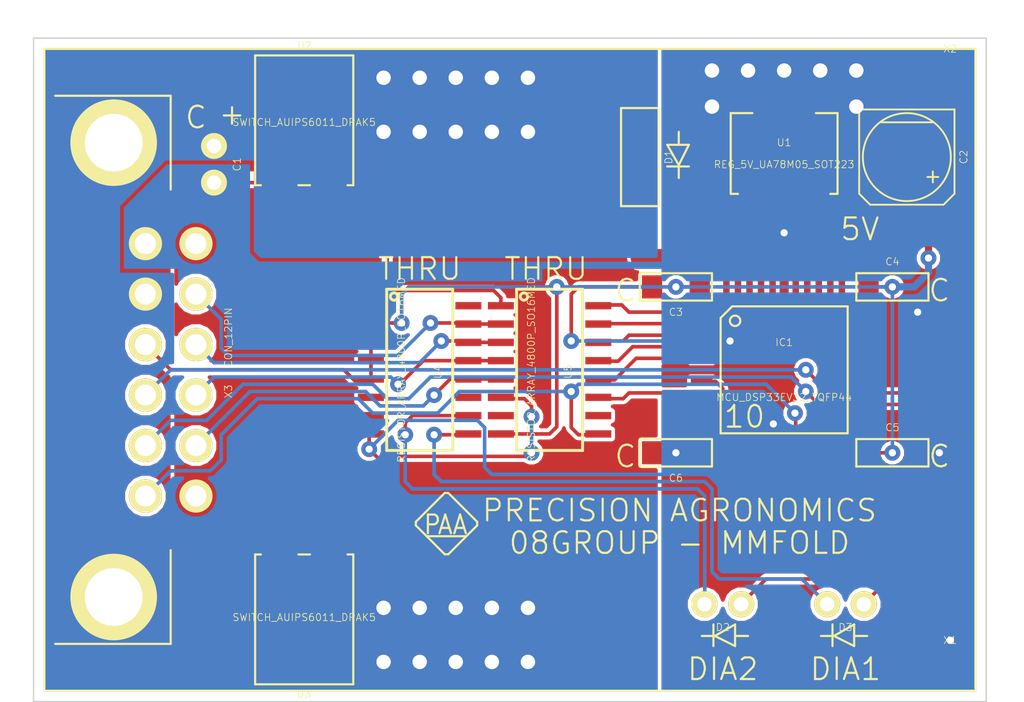
<source format=kicad_pcb>
(kicad_pcb (version 20171130) (host pcbnew "(5.1.10)-1")

  (general
    (thickness 1.6)
    (drawings 55)
    (tracks 377)
    (zones 0)
    (modules 18)
    (nets 27)
  )

  (page A4)
  (layers
    (0 F.Cu signal)
    (31 B.Cu signal)
    (35 F.Paste user)
    (37 F.SilkS user)
    (38 B.Mask user)
    (39 F.Mask user)
    (40 Dwgs.User user)
    (41 Cmts.User user)
    (44 Edge.Cuts user)
  )

  (setup
    (last_trace_width 0.25)
    (user_trace_width 0.5)
    (user_trace_width 1.25)
    (user_trace_width 2)
    (trace_clearance 0.24)
    (zone_clearance 0.26)
    (zone_45_only yes)
    (trace_min 0.25)
    (via_size 1.1)
    (via_drill 0.5)
    (via_min_size 1.1)
    (via_min_drill 0.5)
    (user_via 1.8 1)
    (uvia_size 0.508)
    (uvia_drill 0.127)
    (uvias_allowed no)
    (uvia_min_size 0.508)
    (uvia_min_drill 0.127)
    (edge_width 0.1)
    (segment_width 0.15)
    (pcb_text_width 0.15)
    (pcb_text_size 1.5 1.5)
    (mod_edge_width 0.15)
    (mod_text_size 1 1)
    (mod_text_width 0.15)
    (pad_size 0.7 2.8)
    (pad_drill 0)
    (pad_to_mask_clearance 0.02)
    (pad_to_paste_clearance_ratio -0.04)
    (aux_axis_origin 0 0)
    (visible_elements 7FFFFFEF)
    (pcbplotparams
      (layerselection 0x00030_ffffffff)
      (usegerberextensions true)
      (usegerberattributes true)
      (usegerberadvancedattributes true)
      (creategerberjobfile true)
      (excludeedgelayer true)
      (linewidth 0.150000)
      (plotframeref false)
      (viasonmask false)
      (mode 1)
      (useauxorigin false)
      (hpglpennumber 1)
      (hpglpenspeed 20)
      (hpglpendiameter 15.000000)
      (psnegative false)
      (psa4output false)
      (plotreference false)
      (plotvalue false)
      (plotinvisibletext false)
      (padsonsilk false)
      (subtractmaskfromsilk false)
      (outputformat 1)
      (mirror false)
      (drillshape 0)
      (scaleselection 1)
      (outputdirectory "C:/08GROUP/MMFOLD/PCB010/PLOTS/"))
  )

  (net 0 "")
  (net 1 +12V)
  (net 2 +5V)
  (net 3 N-000001)
  (net 4 N-0000010)
  (net 5 N-0000011)
  (net 6 N-0000012)
  (net 7 N-0000013)
  (net 8 N-0000014)
  (net 9 N-0000016)
  (net 10 N-0000017)
  (net 11 N-0000018)
  (net 12 N-0000019)
  (net 13 N-000002)
  (net 14 N-0000020)
  (net 15 N-0000021)
  (net 16 N-0000022)
  (net 17 N-0000023)
  (net 18 N-0000024)
  (net 19 N-0000025)
  (net 20 N-0000026)
  (net 21 N-000003)
  (net 22 N-000004)
  (net 23 N-000005)
  (net 24 N-000006)
  (net 25 N-000007)
  (net 26 VSS)

  (net_class Default "This is the default net class."
    (clearance 0.24)
    (trace_width 0.25)
    (via_dia 1.1)
    (via_drill 0.5)
    (uvia_dia 0.508)
    (uvia_drill 0.127)
    (add_net +12V)
    (add_net +5V)
    (add_net N-000001)
    (add_net N-0000010)
    (add_net N-0000011)
    (add_net N-0000012)
    (add_net N-0000013)
    (add_net N-0000014)
    (add_net N-0000016)
    (add_net N-0000017)
    (add_net N-0000018)
    (add_net N-0000019)
    (add_net N-000002)
    (add_net N-0000020)
    (add_net N-0000021)
    (add_net N-0000022)
    (add_net N-0000023)
    (add_net N-0000024)
    (add_net N-0000025)
    (add_net N-0000026)
    (add_net N-000003)
    (add_net N-000004)
    (add_net N-000005)
    (add_net N-000006)
    (add_net N-000007)
    (add_net VSS)
  )

  (module PAA_TQFP44 (layer F.Cu) (tedit 573E9D47) (tstamp 58003914)
    (at 150.75 97.25)
    (path /57FDEC5F)
    (attr smd)
    (fp_text reference IC1 (at 0 -1.905) (layer F.SilkS)
      (effects (font (size 0.5 0.5) (thickness 0.05)))
    )
    (fp_text value MCU_DSP33EV32_TQFP44 (at 0 1.905) (layer F.SilkS)
      (effects (font (size 0.5 0.5) (thickness 0.05)))
    )
    (fp_line (start -4.4 4.4) (end 4.4 4.4) (layer F.SilkS) (width 0.15))
    (fp_line (start -4.4 -3.6) (end -4.4 4.4) (layer F.SilkS) (width 0.15))
    (fp_line (start -3.6 -4.4) (end -4.4 -3.6) (layer F.SilkS) (width 0.15))
    (fp_line (start 4.4 -4.4) (end -3.6 -4.4) (layer F.SilkS) (width 0.15))
    (fp_line (start 4.4 4.4) (end 4.4 -4.4) (layer F.SilkS) (width 0.15))
    (fp_circle (center -3.4 -3.4) (end -3.2 -3.1) (layer F.SilkS) (width 0.15))
    (pad 39 smd rect (at 0 -5.715 90) (size 1.5 0.45) (layers F.Cu F.Paste F.Mask)
      (net 26 VSS))
    (pad 40 smd rect (at -0.8001 -5.715 90) (size 1.5 0.45) (layers F.Cu F.Paste F.Mask)
      (net 2 +5V))
    (pad 41 smd rect (at -1.6002 -5.715 90) (size 1.5 0.45) (layers F.Cu F.Paste F.Mask))
    (pad 42 smd rect (at -2.4003 -5.715 90) (size 1.5 0.45) (layers F.Cu F.Paste F.Mask))
    (pad 43 smd rect (at -3.2004 -5.715 90) (size 1.5 0.45) (layers F.Cu F.Paste F.Mask))
    (pad 44 smd rect (at -4.0005 -5.715 90) (size 1.5 0.45) (layers F.Cu F.Paste F.Mask))
    (pad 38 smd rect (at 0.8001 -5.715 90) (size 1.5 0.45) (layers F.Cu F.Paste F.Mask))
    (pad 37 smd rect (at 1.6002 -5.715 90) (size 1.5 0.45) (layers F.Cu F.Paste F.Mask))
    (pad 36 smd rect (at 2.4003 -5.715 90) (size 1.5 0.45) (layers F.Cu F.Paste F.Mask))
    (pad 35 smd rect (at 3.2004 -5.715 90) (size 1.5 0.45) (layers F.Cu F.Paste F.Mask))
    (pad 34 smd rect (at 4.0005 -5.715 90) (size 1.5 0.45) (layers F.Cu F.Paste F.Mask))
    (pad 17 smd rect (at 0 5.715 90) (size 1.5 0.45) (layers F.Cu F.Paste F.Mask)
      (net 2 +5V))
    (pad 16 smd rect (at -0.8001 5.715 90) (size 1.5 0.45) (layers F.Cu F.Paste F.Mask)
      (net 26 VSS))
    (pad 15 smd rect (at -1.6002 5.715 90) (size 1.5 0.45) (layers F.Cu F.Paste F.Mask))
    (pad 14 smd rect (at -2.4003 5.715 90) (size 1.5 0.45) (layers F.Cu F.Paste F.Mask))
    (pad 13 smd rect (at -3.2004 5.715 90) (size 1.5 0.45) (layers F.Cu F.Paste F.Mask))
    (pad 12 smd rect (at -4.0005 5.715 90) (size 1.5 0.45) (layers F.Cu F.Paste F.Mask))
    (pad 18 smd rect (at 0.8001 5.715 90) (size 1.5 0.45) (layers F.Cu F.Paste F.Mask)
      (net 23 N-000005))
    (pad 19 smd rect (at 1.6002 5.715 90) (size 1.5 0.45) (layers F.Cu F.Paste F.Mask))
    (pad 20 smd rect (at 2.4003 5.715 90) (size 1.5 0.45) (layers F.Cu F.Paste F.Mask))
    (pad 21 smd rect (at 3.2004 5.715 90) (size 1.5 0.45) (layers F.Cu F.Paste F.Mask))
    (pad 22 smd rect (at 4.0005 5.715 90) (size 1.5 0.45) (layers F.Cu F.Paste F.Mask))
    (pad 6 smd rect (at -5.715 0) (size 1.5 0.45) (layers F.Cu F.Paste F.Mask)
      (net 26 VSS))
    (pad 28 smd rect (at 5.715 0) (size 1.5 0.45) (layers F.Cu F.Paste F.Mask)
      (net 2 +5V))
    (pad 7 smd rect (at -5.715 0.8001) (size 1.5 0.45) (layers F.Cu F.Paste F.Mask)
      (net 20 N-0000026))
    (pad 27 smd rect (at 5.715 0.8001) (size 1.5 0.45) (layers F.Cu F.Paste F.Mask))
    (pad 26 smd rect (at 5.715 1.6002) (size 1.5 0.45) (layers F.Cu F.Paste F.Mask)
      (net 12 N-0000019))
    (pad 8 smd rect (at -5.715 1.6002) (size 1.5 0.45) (layers F.Cu F.Paste F.Mask)
      (net 24 N-000006))
    (pad 9 smd rect (at -5.715 2.4003) (size 1.5 0.45) (layers F.Cu F.Paste F.Mask))
    (pad 25 smd rect (at 5.715 2.4003) (size 1.5 0.45) (layers F.Cu F.Paste F.Mask)
      (net 9 N-0000016))
    (pad 24 smd rect (at 5.715 3.2004) (size 1.5 0.45) (layers F.Cu F.Paste F.Mask)
      (net 19 N-0000025))
    (pad 10 smd rect (at -5.715 3.2004) (size 1.5 0.45) (layers F.Cu F.Paste F.Mask))
    (pad 11 smd rect (at -5.715 4.0005) (size 1.5 0.45) (layers F.Cu F.Paste F.Mask))
    (pad 23 smd rect (at 5.715 4.0005) (size 1.5 0.45) (layers F.Cu F.Paste F.Mask)
      (net 14 N-0000020))
    (pad 29 smd rect (at 5.715 -0.8001) (size 1.5 0.45) (layers F.Cu F.Paste F.Mask)
      (net 26 VSS))
    (pad 5 smd rect (at -5.715 -0.8001) (size 1.5 0.45) (layers F.Cu F.Paste F.Mask)
      (net 25 N-000007))
    (pad 4 smd rect (at -5.715 -1.6002) (size 1.5 0.45) (layers F.Cu F.Paste F.Mask)
      (net 22 N-000004))
    (pad 30 smd rect (at 5.715 -1.6002) (size 1.5 0.45) (layers F.Cu F.Paste F.Mask))
    (pad 31 smd rect (at 5.715 -2.4003) (size 1.5 0.45) (layers F.Cu F.Paste F.Mask))
    (pad 3 smd rect (at -5.715 -2.4003) (size 1.5 0.45) (layers F.Cu F.Paste F.Mask)
      (net 3 N-000001))
    (pad 2 smd rect (at -5.715 -3.2004) (size 1.5 0.45) (layers F.Cu F.Paste F.Mask)
      (net 13 N-000002))
    (pad 32 smd rect (at 5.715 -3.2004) (size 1.5 0.45) (layers F.Cu F.Paste F.Mask))
    (pad 33 smd rect (at 5.715 -4.0005) (size 1.5 0.45) (layers F.Cu F.Paste F.Mask))
    (pad 1 smd rect (at -5.715 -4.0005) (size 1.5 0.45) (layers F.Cu F.Paste F.Mask)
      (net 21 N-000003))
    (model "C:/08GROUP/02 PCB/02 WINGS3DIMAGES/TQFP-44.wrl"
      (at (xyz 0 0 0))
      (scale (xyz 1 1 1))
      (rotate (xyz 0 0 0))
    )
  )

  (module PAA_THOLE_2PIN (layer F.Cu) (tedit 53F43E83) (tstamp 5800391A)
    (at 146.5 113.5 180)
    (path /57FDFA14)
    (attr smd)
    (fp_text reference D2 (at 0 -1.6 180) (layer F.SilkS)
      (effects (font (size 0.5 0.5) (thickness 0.05)))
    )
    (fp_text value LED (at 0 1.8 180) (layer F.SilkS) hide
      (effects (font (size 0.5 0.5) (thickness 0.05)))
    )
    (pad 1 thru_hole circle (at -1.27 0 180) (size 1.8 1.8) (drill 1) (layers *.Cu *.Mask F.SilkS)
      (net 9 N-0000016))
    (pad 2 thru_hole circle (at 1.27 0 180) (size 1.8 1.8) (drill 1) (layers *.Cu *.Mask F.SilkS)
      (net 11 N-0000018))
  )

  (module PAA_THOLE_2PIN (layer F.Cu) (tedit 53F43E83) (tstamp 58003920)
    (at 155 113.5 180)
    (path /57FDFA05)
    (attr smd)
    (fp_text reference D3 (at 0 -1.6 180) (layer F.SilkS)
      (effects (font (size 0.5 0.5) (thickness 0.05)))
    )
    (fp_text value LED (at 0 1.8 180) (layer F.SilkS) hide
      (effects (font (size 0.5 0.5) (thickness 0.05)))
    )
    (pad 1 thru_hole circle (at -1.27 0 180) (size 1.8 1.8) (drill 1) (layers *.Cu *.Mask F.SilkS)
      (net 12 N-0000019))
    (pad 2 thru_hole circle (at 1.27 0 180) (size 1.8 1.8) (drill 1) (layers *.Cu *.Mask F.SilkS)
      (net 10 N-0000017))
  )

  (module PAA_THOLE_2PIN (layer F.Cu) (tedit 53F43E83) (tstamp 5800392C)
    (at 111.25 83 270)
    (path /57FDF650)
    (attr smd)
    (fp_text reference C1 (at 0 -1.6 270) (layer F.SilkS)
      (effects (font (size 0.5 0.5) (thickness 0.05)))
    )
    (fp_text value C_CAP_PWR (at 0 1.8 270) (layer F.SilkS) hide
      (effects (font (size 0.5 0.5) (thickness 0.05)))
    )
    (pad 1 thru_hole circle (at -1.27 0 270) (size 1.8 1.8) (drill 1) (layers *.Cu *.Mask F.SilkS)
      (net 1 +12V))
    (pad 2 thru_hole circle (at 1.27 0 270) (size 1.8 1.8) (drill 1) (layers *.Cu *.Mask F.SilkS)
      (net 26 VSS))
  )

  (module PAA_STENCIL_INDEX (layer F.Cu) (tedit 57469FF4) (tstamp 58003931)
    (at 162.25 76.75)
    (path /574D5039)
    (attr smd)
    (fp_text reference X2 (at 0 -1.75) (layer F.SilkS)
      (effects (font (size 0.5 0.5) (thickness 0.05)))
    )
    (fp_text value PAD (at 0 1.9) (layer F.SilkS) hide
      (effects (font (size 0.5 0.5) (thickness 0.05)))
    )
    (pad 1 smd rect (at 0 0) (size 1.2 1.2) (layers F.Cu F.Paste F.Mask)
      (net 26 VSS) (solder_paste_margin 0.2))
    (model smd/chip_cms.wrl
      (at (xyz 0 0 0))
      (scale (xyz 0.17 0.16 0.16))
      (rotate (xyz 0 0 0))
    )
  )

  (module PAA_STENCIL_INDEX (layer F.Cu) (tedit 57469FF4) (tstamp 58003936)
    (at 162.25 117.75)
    (path /574D502C)
    (attr smd)
    (fp_text reference X1 (at 0 -1.75) (layer F.SilkS)
      (effects (font (size 0.5 0.5) (thickness 0.05)))
    )
    (fp_text value PAD (at 0 1.9) (layer F.SilkS) hide
      (effects (font (size 0.5 0.5) (thickness 0.05)))
    )
    (pad 1 smd rect (at 0 0) (size 1.2 1.2) (layers F.Cu F.Paste F.Mask)
      (net 26 VSS) (solder_paste_margin 0.2))
    (model smd/chip_cms.wrl
      (at (xyz 0 0 0))
      (scale (xyz 0.17 0.16 0.16))
      (rotate (xyz 0 0 0))
    )
  )

  (module PAA_SOT223 (layer F.Cu) (tedit 53EDF1B2) (tstamp 58003944)
    (at 150.75 82.25)
    (descr "module CMS SOT223 4 pins")
    (tags "CMS SOT")
    (path /57FDEBC3)
    (attr smd)
    (fp_text reference U1 (at 0 -0.762) (layer F.SilkS)
      (effects (font (size 0.5 0.5) (thickness 0.05)))
    )
    (fp_text value REG_5V_UA78M05_SOT223 (at 0 0.762) (layer F.SilkS)
      (effects (font (size 0.5 0.5) (thickness 0.05)))
    )
    (fp_line (start 3.7 -2.8) (end 2.2 -2.8) (layer F.SilkS) (width 0.15))
    (fp_line (start 3.7 2.8) (end 3.7 -2.8) (layer F.SilkS) (width 0.15))
    (fp_line (start 3.2 2.8) (end 3.7 2.8) (layer F.SilkS) (width 0.15))
    (fp_line (start -3.7 -2.8) (end -2.2 -2.8) (layer F.SilkS) (width 0.15))
    (fp_line (start -3.7 2.8) (end -3.7 -2.8) (layer F.SilkS) (width 0.15))
    (fp_line (start -3.2 2.8) (end -3.7 2.8) (layer F.SilkS) (width 0.15))
    (pad 4 smd rect (at 0 -3.302) (size 3.6576 2.032) (layers F.Cu F.Paste F.Mask)
      (net 26 VSS))
    (pad 2 smd rect (at 0 3.302) (size 1.016 2.032) (layers F.Cu F.Paste F.Mask)
      (net 26 VSS))
    (pad 3 smd rect (at 2.286 3.302) (size 1.016 2.032) (layers F.Cu F.Paste F.Mask)
      (net 2 +5V))
    (pad 1 smd rect (at -2.286 3.302) (size 1.016 2.032) (layers F.Cu F.Paste F.Mask)
      (net 8 N-0000014))
    (model smd/SOT223.wrl
      (at (xyz 0 0 0))
      (scale (xyz 0.4 0.4 0.4))
      (rotate (xyz 0 0 0))
    )
  )

  (module PAA_SO16_MEDIUM (layer F.Cu) (tedit 53EDF15E) (tstamp 58005CC2)
    (at 134.5 97.25 270)
    (descr "Module CMS SOJ 16 pins large")
    (tags "CMS SOJ")
    (path /57FDF847)
    (attr smd)
    (fp_text reference U5 (at 0.127 -1.27 270) (layer F.SilkS)
      (effects (font (size 0.5 0.5) (thickness 0.05)))
    )
    (fp_text value RESISTOR_ARRAY_4800P_SO16MED (at 0 1.27 270) (layer F.SilkS)
      (effects (font (size 0.5 0.5) (thickness 0.05)))
    )
    (fp_line (start -5.588 -2.286) (end 5.588 -2.286) (layer F.SilkS) (width 0.2032))
    (fp_line (start -5.588 2.286) (end -5.588 -2.286) (layer F.SilkS) (width 0.2032))
    (fp_line (start 5.588 2.286) (end -5.588 2.286) (layer F.SilkS) (width 0.2032))
    (fp_line (start 5.588 -2.286) (end 5.588 2.286) (layer F.SilkS) (width 0.2032))
    (fp_circle (center -5.08 1.778) (end -4.826 1.778) (layer F.SilkS) (width 0.2))
    (pad 16 smd rect (at -4.445 -3.375 270) (size 0.508 1.8) (layers F.Cu F.Paste F.Mask)
      (net 21 N-000003))
    (pad 14 smd rect (at -1.905 -3.375 270) (size 0.508 1.8) (layers F.Cu F.Paste F.Mask)
      (net 3 N-000001))
    (pad 13 smd rect (at -0.635 -3.375 270) (size 0.508 1.8) (layers F.Cu F.Paste F.Mask)
      (net 22 N-000004))
    (pad 12 smd rect (at 0.635 -3.375 270) (size 0.508 1.8) (layers F.Cu F.Paste F.Mask)
      (net 25 N-000007))
    (pad 11 smd rect (at 1.905 -3.375 270) (size 0.508 1.8) (layers F.Cu F.Paste F.Mask)
      (net 24 N-000006))
    (pad 10 smd rect (at 3.175 -3.375 270) (size 0.508 1.8) (layers F.Cu F.Paste F.Mask))
    (pad 9 smd rect (at 4.445 -3.375 270) (size 0.508 1.8) (layers F.Cu F.Paste F.Mask)
      (net 23 N-000005))
    (pad 8 smd rect (at 4.445 3.375 270) (size 0.508 1.8) (layers F.Cu F.Paste F.Mask)
      (net 2 +5V))
    (pad 7 smd rect (at 3.175 3.375 270) (size 0.508 1.8) (layers F.Cu F.Paste F.Mask))
    (pad 6 smd rect (at 1.905 3.375 270) (size 0.508 1.8) (layers F.Cu F.Paste F.Mask)
      (net 4 N-0000010))
    (pad 5 smd rect (at 0.635 3.375 270) (size 0.508 1.8) (layers F.Cu F.Paste F.Mask)
      (net 16 N-0000022))
    (pad 4 smd rect (at -0.635 3.375 270) (size 0.508 1.8) (layers F.Cu F.Paste F.Mask)
      (net 17 N-0000023))
    (pad 3 smd rect (at -1.905 3.375 270) (size 0.508 1.8) (layers F.Cu F.Paste F.Mask)
      (net 18 N-0000024))
    (pad 2 smd rect (at -3.175 3.375 270) (size 0.508 1.8) (layers F.Cu F.Paste F.Mask)
      (net 15 N-0000021))
    (pad 1 smd rect (at -4.445 3.375 270) (size 0.508 1.8) (layers F.Cu F.Paste F.Mask)
      (net 7 N-0000013))
    (pad 15 smd rect (at -3.175 -3.375 270) (size 0.508 1.8) (layers F.Cu F.Paste F.Mask)
      (net 13 N-000002))
    (model smd/cms_so16.wrl
      (at (xyz 0 0 0))
      (scale (xyz 0.5 0.4 0.5))
      (rotate (xyz 0 0 0))
    )
  )

  (module PAA_SO16_MEDIUM (layer F.Cu) (tedit 53EDF15E) (tstamp 58005CA8)
    (at 125.5 97.25 270)
    (descr "Module CMS SOJ 16 pins large")
    (tags "CMS SOJ")
    (path /57FDF83A)
    (attr smd)
    (fp_text reference U4 (at 0.127 -1.27 270) (layer F.SilkS)
      (effects (font (size 0.5 0.5) (thickness 0.05)))
    )
    (fp_text value RESISTOR_ARRAY_4800P_SO16MED (at 0 1.27 270) (layer F.SilkS)
      (effects (font (size 0.5 0.5) (thickness 0.05)))
    )
    (fp_line (start -5.588 -2.286) (end 5.588 -2.286) (layer F.SilkS) (width 0.2032))
    (fp_line (start -5.588 2.286) (end -5.588 -2.286) (layer F.SilkS) (width 0.2032))
    (fp_line (start 5.588 2.286) (end -5.588 2.286) (layer F.SilkS) (width 0.2032))
    (fp_line (start 5.588 -2.286) (end 5.588 2.286) (layer F.SilkS) (width 0.2032))
    (fp_circle (center -5.08 1.778) (end -4.826 1.778) (layer F.SilkS) (width 0.2))
    (pad 16 smd rect (at -4.445 -3.375 270) (size 0.508 1.8) (layers F.Cu F.Paste F.Mask))
    (pad 14 smd rect (at -1.905 -3.375 270) (size 0.508 1.8) (layers F.Cu F.Paste F.Mask)
      (net 18 N-0000024))
    (pad 13 smd rect (at -0.635 -3.375 270) (size 0.508 1.8) (layers F.Cu F.Paste F.Mask)
      (net 17 N-0000023))
    (pad 12 smd rect (at 0.635 -3.375 270) (size 0.508 1.8) (layers F.Cu F.Paste F.Mask)
      (net 16 N-0000022))
    (pad 11 smd rect (at 1.905 -3.375 270) (size 0.508 1.8) (layers F.Cu F.Paste F.Mask))
    (pad 10 smd rect (at 3.175 -3.375 270) (size 0.508 1.8) (layers F.Cu F.Paste F.Mask)
      (net 11 N-0000018))
    (pad 9 smd rect (at 4.445 -3.375 270) (size 0.508 1.8) (layers F.Cu F.Paste F.Mask)
      (net 10 N-0000017))
    (pad 8 smd rect (at 4.445 3.375 270) (size 0.508 1.8) (layers F.Cu F.Paste F.Mask)
      (net 26 VSS))
    (pad 7 smd rect (at 3.175 3.375 270) (size 0.508 1.8) (layers F.Cu F.Paste F.Mask)
      (net 26 VSS))
    (pad 6 smd rect (at 1.905 3.375 270) (size 0.508 1.8) (layers F.Cu F.Paste F.Mask))
    (pad 5 smd rect (at 0.635 3.375 270) (size 0.508 1.8) (layers F.Cu F.Paste F.Mask)
      (net 2 +5V))
    (pad 4 smd rect (at -0.635 3.375 270) (size 0.508 1.8) (layers F.Cu F.Paste F.Mask)
      (net 2 +5V))
    (pad 3 smd rect (at -1.905 3.375 270) (size 0.508 1.8) (layers F.Cu F.Paste F.Mask)
      (net 2 +5V))
    (pad 2 smd rect (at -3.175 3.375 270) (size 0.508 1.8) (layers F.Cu F.Paste F.Mask)
      (net 2 +5V))
    (pad 1 smd rect (at -4.445 3.375 270) (size 0.508 1.8) (layers F.Cu F.Paste F.Mask))
    (pad 15 smd rect (at -3.175 -3.375 270) (size 0.508 1.8) (layers F.Cu F.Paste F.Mask)
      (net 15 N-0000021))
    (model smd/cms_so16.wrl
      (at (xyz 0 0 0))
      (scale (xyz 0.5 0.4 0.5))
      (rotate (xyz 0 0 0))
    )
  )

  (module PAA_SM1206 (layer F.Cu) (tedit 558133B4) (tstamp 58003980)
    (at 158.25 91.5)
    (path /57FDF777)
    (attr smd)
    (fp_text reference C4 (at 0 -1.75) (layer F.SilkS)
      (effects (font (size 0.5 0.5) (thickness 0.05)))
    )
    (fp_text value C_SM1206 (at 0 1.9) (layer F.SilkS) hide
      (effects (font (size 0.5 0.5) (thickness 0.05)))
    )
    (fp_line (start -2.5 0.95) (end -2.5 -0.95) (layer F.SilkS) (width 0.15))
    (fp_line (start 2.5 0.95) (end -2.5 0.95) (layer F.SilkS) (width 0.15))
    (fp_line (start 2.5 -0.95) (end 2.5 0.95) (layer F.SilkS) (width 0.15))
    (fp_line (start -2.5 -0.95) (end 2.5 -0.95) (layer F.SilkS) (width 0.15))
    (pad 1 smd rect (at -1.651 0) (size 1.4 1.6) (layers F.Cu F.Paste F.Mask)
      (net 2 +5V))
    (pad 2 smd rect (at 1.651 0) (size 1.4 1.6) (layers F.Cu F.Paste F.Mask)
      (net 26 VSS))
    (model smd/chip_cms.wrl
      (at (xyz 0 0 0))
      (scale (xyz 0.17 0.16 0.16))
      (rotate (xyz 0 0 0))
    )
  )

  (module PAA_SM1206 (layer F.Cu) (tedit 558133B4) (tstamp 5800398A)
    (at 143.25 103 180)
    (path /57FDF783)
    (attr smd)
    (fp_text reference C6 (at 0 -1.75 180) (layer F.SilkS)
      (effects (font (size 0.5 0.5) (thickness 0.05)))
    )
    (fp_text value C_SM1206 (at 0 1.9 180) (layer F.SilkS) hide
      (effects (font (size 0.5 0.5) (thickness 0.05)))
    )
    (fp_line (start -2.5 0.95) (end -2.5 -0.95) (layer F.SilkS) (width 0.15))
    (fp_line (start 2.5 0.95) (end -2.5 0.95) (layer F.SilkS) (width 0.15))
    (fp_line (start 2.5 -0.95) (end 2.5 0.95) (layer F.SilkS) (width 0.15))
    (fp_line (start -2.5 -0.95) (end 2.5 -0.95) (layer F.SilkS) (width 0.15))
    (pad 1 smd rect (at -1.651 0 180) (size 1.4 1.6) (layers F.Cu F.Paste F.Mask)
      (net 20 N-0000026))
    (pad 2 smd rect (at 1.651 0 180) (size 1.4 1.6) (layers F.Cu F.Paste F.Mask)
      (net 26 VSS))
    (model smd/chip_cms.wrl
      (at (xyz 0 0 0))
      (scale (xyz 0.17 0.16 0.16))
      (rotate (xyz 0 0 0))
    )
  )

  (module PAA_SM1206 (layer F.Cu) (tedit 558133B4) (tstamp 58003994)
    (at 158.25 103)
    (path /57FDF77D)
    (attr smd)
    (fp_text reference C5 (at 0 -1.75) (layer F.SilkS)
      (effects (font (size 0.5 0.5) (thickness 0.05)))
    )
    (fp_text value C_SM1206 (at 0 1.9) (layer F.SilkS) hide
      (effects (font (size 0.5 0.5) (thickness 0.05)))
    )
    (fp_line (start -2.5 0.95) (end -2.5 -0.95) (layer F.SilkS) (width 0.15))
    (fp_line (start 2.5 0.95) (end -2.5 0.95) (layer F.SilkS) (width 0.15))
    (fp_line (start 2.5 -0.95) (end 2.5 0.95) (layer F.SilkS) (width 0.15))
    (fp_line (start -2.5 -0.95) (end 2.5 -0.95) (layer F.SilkS) (width 0.15))
    (pad 1 smd rect (at -1.651 0) (size 1.4 1.6) (layers F.Cu F.Paste F.Mask)
      (net 2 +5V))
    (pad 2 smd rect (at 1.651 0) (size 1.4 1.6) (layers F.Cu F.Paste F.Mask)
      (net 26 VSS))
    (model smd/chip_cms.wrl
      (at (xyz 0 0 0))
      (scale (xyz 0.17 0.16 0.16))
      (rotate (xyz 0 0 0))
    )
  )

  (module PAA_SM1206 (layer F.Cu) (tedit 558133B4) (tstamp 5800399E)
    (at 143.25 91.5 180)
    (path /57FDF76A)
    (attr smd)
    (fp_text reference C3 (at 0 -1.75 180) (layer F.SilkS)
      (effects (font (size 0.5 0.5) (thickness 0.05)))
    )
    (fp_text value C_SM1206 (at 0 1.9 180) (layer F.SilkS) hide
      (effects (font (size 0.5 0.5) (thickness 0.05)))
    )
    (fp_line (start -2.5 0.95) (end -2.5 -0.95) (layer F.SilkS) (width 0.15))
    (fp_line (start 2.5 0.95) (end -2.5 0.95) (layer F.SilkS) (width 0.15))
    (fp_line (start 2.5 -0.95) (end 2.5 0.95) (layer F.SilkS) (width 0.15))
    (fp_line (start -2.5 -0.95) (end 2.5 -0.95) (layer F.SilkS) (width 0.15))
    (pad 1 smd rect (at -1.651 0 180) (size 1.4 1.6) (layers F.Cu F.Paste F.Mask)
      (net 2 +5V))
    (pad 2 smd rect (at 1.651 0 180) (size 1.4 1.6) (layers F.Cu F.Paste F.Mask)
      (net 26 VSS))
    (model smd/chip_cms.wrl
      (at (xyz 0 0 0))
      (scale (xyz 0.17 0.16 0.16))
      (rotate (xyz 0 0 0))
    )
  )

  (module PAA_S0D128 (layer F.Cu) (tedit 55813505) (tstamp 580039A8)
    (at 140.75 82.5 270)
    (path /57FDEAB3)
    (attr smd)
    (fp_text reference D1 (at 0 -2 270) (layer F.SilkS)
      (effects (font (size 0.5 0.5) (thickness 0.05)))
    )
    (fp_text value DIODE_SOD128 (at 0 2.1 270) (layer F.SilkS) hide
      (effects (font (size 0.5 0.5) (thickness 0.05)))
    )
    (fp_line (start -3.4 1.3) (end -3.4 -1.3) (layer F.SilkS) (width 0.15))
    (fp_line (start 3.4 1.3) (end -3.4 1.3) (layer F.SilkS) (width 0.15))
    (fp_line (start 3.4 -1.3) (end 3.4 1.3) (layer F.SilkS) (width 0.15))
    (fp_line (start -3.4 -1.3) (end 3.4 -1.3) (layer F.SilkS) (width 0.15))
    (pad 1 smd rect (at -2.2 0 270) (size 2.1 2.3) (layers F.Cu F.Paste F.Mask)
      (net 1 +12V))
    (pad 2 smd rect (at 2.2 0 270) (size 2.1 2.3) (layers F.Cu F.Paste F.Mask)
      (net 8 N-0000014))
    (model smd/chip_cms.wrl
      (at (xyz 0 0 0))
      (scale (xyz 0.17 0.16 0.16))
      (rotate (xyz 0 0 0))
    )
  )

  (module PAA_CONN_MX120_12PIN (layer F.Cu) (tedit 580030C6) (tstamp 580039DC)
    (at 108.25 97.25 90)
    (path /57FDEAA4)
    (fp_text reference X3 (at -1.5 4 90) (layer F.SilkS)
      (effects (font (size 0.5 0.5) (thickness 0.05)))
    )
    (fp_text value CON_12PIN (at 2.25 4 90) (layer F.SilkS)
      (effects (font (size 0.5 0.5) (thickness 0.05)))
    )
    (fp_line (start -19 0) (end -19 -8) (layer F.SilkS) (width 0.15))
    (fp_line (start 19 0) (end 19 -8) (layer F.SilkS) (width 0.15))
    (fp_line (start -19 0) (end -12.5 0) (layer F.SilkS) (width 0.15))
    (fp_line (start 19 0) (end 12.5 0) (layer F.SilkS) (width 0.15))
    (pad 1 thru_hole circle (at 8.75 1.75 90) (size 2.3 2.3) (drill 1.45) (layers *.Cu *.Mask F.SilkS)
      (net 6 N-0000012))
    (pad 2 thru_hole circle (at 5.25 1.75 90) (size 2.3 2.3) (drill 1.45) (layers *.Cu *.Mask F.SilkS)
      (net 15 N-0000021))
    (pad 3 thru_hole circle (at 1.75 1.75 90) (size 2.3 2.3) (drill 1.45) (layers *.Cu *.Mask F.SilkS)
      (net 18 N-0000024))
    (pad 4 thru_hole circle (at -1.75 1.75 90) (size 2.3 2.3) (drill 1.45) (layers *.Cu *.Mask F.SilkS)
      (net 17 N-0000023))
    (pad 5 thru_hole circle (at -5.25 1.75 90) (size 2.3 2.3) (drill 1.45) (layers *.Cu *.Mask F.SilkS)
      (net 16 N-0000022))
    (pad 6 thru_hole circle (at -8.75 1.75 90) (size 2.3 2.3) (drill 1.45) (layers *.Cu *.Mask F.SilkS)
      (net 5 N-0000011))
    (pad 7 thru_hole circle (at 8.75 -1.75 90) (size 2.3 2.3) (drill 1.45) (layers *.Cu *.Mask F.SilkS)
      (net 26 VSS))
    (pad 8 thru_hole circle (at 5.25 -1.75 90) (size 2.3 2.3) (drill 1.45) (layers *.Cu *.Mask F.SilkS)
      (net 1 +12V))
    (pad 9 thru_hole circle (at 1.75 -1.75 90) (size 2.3 2.3) (drill 1.45) (layers *.Cu *.Mask F.SilkS)
      (net 2 +5V))
    (pad 10 thru_hole circle (at -1.75 -1.75 90) (size 2.3 2.3) (drill 1.45) (layers *.Cu *.Mask F.SilkS)
      (net 19 N-0000025))
    (pad 11 thru_hole circle (at -5.25 -1.75 90) (size 2.3 2.3) (drill 1.45) (layers *.Cu *.Mask F.SilkS)
      (net 14 N-0000020))
    (pad 12 thru_hole circle (at -8.75 -1.75 90) (size 2.3 2.3) (drill 1.45) (layers *.Cu *.Mask F.SilkS)
      (net 23 N-000005))
    (pad 13 thru_hole circle (at 15.75 -3.95 90) (size 6 6) (drill 4) (layers *.Cu *.Mask F.SilkS)
      (net 1 +12V))
    (pad 14 thru_hole circle (at -15.75 -3.95 90) (size 6 6) (drill 4) (layers *.Cu *.Mask F.SilkS)
      (net 1 +12V))
  )

  (module PAA_CAP_PWR_SMD (layer F.Cu) (tedit 573E6C9D) (tstamp 58003926)
    (at 159.25 82.5 270)
    (descr "SMT capacitor, aluminium electrolytic, 6.3x7.7")
    (path /57FDF608)
    (fp_text reference C2 (at 0 -3.937 270) (layer F.SilkS)
      (effects (font (size 0.5 0.5) (thickness 0.05)))
    )
    (fp_text value C_CAP_PWR (at 0 4.25 270) (layer F.SilkS) hide
      (effects (font (size 0.5 0.5) (thickness 0.05)))
    )
    (fp_line (start 1.378 -2.181) (end 1.378 -1.419) (layer F.SilkS) (width 0.127))
    (fp_line (start 1.759 -1.8) (end 0.997 -1.8) (layer F.SilkS) (width 0.127))
    (fp_line (start 2.54 -3.302) (end -3.302 -3.302) (layer F.SilkS) (width 0.127))
    (fp_line (start 3.302 -2.54) (end 2.54 -3.302) (layer F.SilkS) (width 0.127))
    (fp_line (start 3.302 2.54) (end 3.302 -2.54) (layer F.SilkS) (width 0.127))
    (fp_line (start 2.54 3.302) (end 3.302 2.54) (layer F.SilkS) (width 0.127))
    (fp_line (start -3.302 3.302) (end 2.54 3.302) (layer F.SilkS) (width 0.127))
    (fp_line (start -3.302 -3.302) (end -3.302 3.302) (layer F.SilkS) (width 0.127))
    (fp_circle (center 0 0) (end -3.048 0) (layer F.SilkS) (width 0.127))
    (fp_line (start -2.413 -1.778) (end -2.413 1.778) (layer F.SilkS) (width 0.127))
    (pad 1 smd rect (at 2.45 0 270) (size 3.2 1.6002) (layers F.Cu F.Paste F.Mask)
      (net 2 +5V))
    (pad 2 smd rect (at -2.45 0 270) (size 3.2 1.6002) (layers F.Cu F.Paste F.Mask)
      (net 26 VSS))
    (model smd/capacitors/c_elec_6_3x7_7.wrl
      (at (xyz 0 0 0))
      (scale (xyz 1 1 1))
      (rotate (xyz 0 0 0))
    )
  )

  (module PAA_DPAK5 (layer F.Cu) (tedit 58007A8E) (tstamp 580039B7)
    (at 117.5 82.5)
    (tags DPAK)
    (path /57FDF925)
    (attr smd)
    (fp_text reference U2 (at 0.01 -7.75) (layer F.SilkS)
      (effects (font (size 0.5 0.5) (thickness 0.05)))
    )
    (fp_text value SWITCH_AUIPS6011_DPAK5 (at 0 -2.413) (layer F.SilkS)
      (effects (font (size 0.5 0.5) (thickness 0.05)))
    )
    (fp_line (start 3.4 1.95) (end 3 1.95) (layer F.SilkS) (width 0.15))
    (fp_line (start 3.4 -7.05) (end 3.4 1.95) (layer F.SilkS) (width 0.15))
    (fp_line (start -3.4 -7.05) (end 3.4 -7.05) (layer F.SilkS) (width 0.15))
    (fp_line (start -3.4 1.95) (end -3.4 -7.05) (layer F.SilkS) (width 0.15))
    (fp_line (start -3 1.95) (end -3.4 1.95) (layer F.SilkS) (width 0.15))
    (fp_line (start 0.4 1.95) (end -0.4 1.95) (layer F.SilkS) (width 0.15))
    (pad 1 smd rect (at -2.28 2.7) (size 0.7 2.8) (layers F.Cu F.Paste F.Mask)
      (net 26 VSS))
    (pad 3 smd rect (at 0 -3.6) (size 6 6.1) (layers F.Cu F.Paste F.Mask)
      (net 1 +12V))
    (pad 2 smd rect (at -1.14 2.7) (size 0.7 2.8) (layers F.Cu F.Paste F.Mask)
      (net 7 N-0000013))
    (pad 4 smd rect (at 1.14 2.7) (size 0.7 2.8) (layers F.Cu F.Paste F.Mask))
    (pad 5 smd rect (at 2.28 2.7) (size 0.7 2.8) (layers F.Cu F.Paste F.Mask)
      (net 6 N-0000012))
    (model smd/dpack_2.wrl
      (at (xyz 0 0 0))
      (scale (xyz 1 1 1))
      (rotate (xyz 0 0 0))
    )
  )

  (module PAA_DPAK5 (layer F.Cu) (tedit 58007A8E) (tstamp 580039C6)
    (at 117.5 112 180)
    (tags DPAK)
    (path /57FDFC65)
    (attr smd)
    (fp_text reference U3 (at 0.01 -7.75 180) (layer F.SilkS)
      (effects (font (size 0.5 0.5) (thickness 0.05)))
    )
    (fp_text value SWITCH_AUIPS6011_DPAK5 (at 0 -2.413 180) (layer F.SilkS)
      (effects (font (size 0.5 0.5) (thickness 0.05)))
    )
    (fp_line (start 3.4 1.95) (end 3 1.95) (layer F.SilkS) (width 0.15))
    (fp_line (start 3.4 -7.05) (end 3.4 1.95) (layer F.SilkS) (width 0.15))
    (fp_line (start -3.4 -7.05) (end 3.4 -7.05) (layer F.SilkS) (width 0.15))
    (fp_line (start -3.4 1.95) (end -3.4 -7.05) (layer F.SilkS) (width 0.15))
    (fp_line (start -3 1.95) (end -3.4 1.95) (layer F.SilkS) (width 0.15))
    (fp_line (start 0.4 1.95) (end -0.4 1.95) (layer F.SilkS) (width 0.15))
    (pad 1 smd rect (at -2.28 2.7 180) (size 0.7 2.8) (layers F.Cu F.Paste F.Mask)
      (net 26 VSS))
    (pad 3 smd rect (at 0 -3.6 180) (size 6 6.1) (layers F.Cu F.Paste F.Mask)
      (net 1 +12V))
    (pad 2 smd rect (at -1.14 2.7 180) (size 0.7 2.8) (layers F.Cu F.Paste F.Mask)
      (net 4 N-0000010))
    (pad 4 smd rect (at 1.14 2.7 180) (size 0.7 2.8) (layers F.Cu F.Paste F.Mask))
    (pad 5 smd rect (at 2.28 2.7 180) (size 0.7 2.8) (layers F.Cu F.Paste F.Mask)
      (net 5 N-0000011))
    (model smd/dpack_2.wrl
      (at (xyz 0 0 0))
      (scale (xyz 1 1 1))
      (rotate (xyz 0 0 0))
    )
  )

  (gr_text DIA1 (at 155 118) (layer F.SilkS)
    (effects (font (size 1.5 1.5) (thickness 0.15)))
  )
  (gr_text DIA2 (at 146.5 118) (layer F.SilkS)
    (effects (font (size 1.5 1.5) (thickness 0.15)))
  )
  (gr_text C (at 110 79.75) (layer F.SilkS)
    (effects (font (size 1.5 1.5) (thickness 0.15)))
  )
  (gr_text + (at 112.5 79.5) (layer F.SilkS)
    (effects (font (size 1.5 1.5) (thickness 0.15)))
  )
  (gr_text THRU (at 134.25 90.25) (layer F.SilkS)
    (effects (font (size 1.5 1.5) (thickness 0.15)))
  )
  (gr_text THRU (at 125.5 90.25) (layer F.SilkS)
    (effects (font (size 1.5 1.5) (thickness 0.15)))
  )
  (gr_text 10 (at 148 100.5) (layer F.SilkS)
    (effects (font (size 1.5 1.5) (thickness 0.15)))
  )
  (gr_text C (at 139.75 91.75) (layer F.SilkS)
    (effects (font (size 1.5 1.5) (thickness 0.15)))
  )
  (gr_text C (at 139.75 103.25) (layer F.SilkS)
    (effects (font (size 1.5 1.5) (thickness 0.15)))
  )
  (gr_text C (at 161.5 91.75) (layer F.SilkS)
    (effects (font (size 1.5 1.5) (thickness 0.15)))
  )
  (gr_text C (at 161.5 103.25) (layer F.SilkS)
    (effects (font (size 1.5 1.5) (thickness 0.15)))
  )
  (gr_line (start 155.6 115.7) (end 156.5 115.7) (angle 90) (layer F.SilkS) (width 0.15) (tstamp 58007EDF))
  (gr_line (start 154.1 115.7) (end 153.3 115.7) (angle 90) (layer F.SilkS) (width 0.15) (tstamp 58007EDE))
  (gr_line (start 154.1 116.4) (end 154.1 114.9) (angle 90) (layer F.SilkS) (width 0.15) (tstamp 58007EDD))
  (gr_line (start 154.2 115.7) (end 155.6 116.4) (angle 90) (layer F.SilkS) (width 0.15) (tstamp 58007EDC))
  (gr_line (start 155.6 114.9) (end 154.2 115.7) (angle 90) (layer F.SilkS) (width 0.15) (tstamp 58007EDB))
  (gr_line (start 155.6 116.4) (end 155.6 114.9) (angle 90) (layer F.SilkS) (width 0.15) (tstamp 58007EDA))
  (gr_line (start 147.35 116.4) (end 147.35 114.9) (angle 90) (layer F.SilkS) (width 0.15) (tstamp 58007ED6))
  (gr_line (start 147.35 114.9) (end 145.95 115.7) (angle 90) (layer F.SilkS) (width 0.15) (tstamp 58007ED5))
  (gr_line (start 145.95 115.7) (end 147.35 116.4) (angle 90) (layer F.SilkS) (width 0.15) (tstamp 58007ED4))
  (gr_line (start 145.85 116.4) (end 145.85 114.9) (angle 90) (layer F.SilkS) (width 0.15) (tstamp 58007ED3))
  (gr_line (start 145.85 115.7) (end 145.05 115.7) (angle 90) (layer F.SilkS) (width 0.15) (tstamp 58007ED2))
  (gr_line (start 147.35 115.7) (end 148.25 115.7) (angle 90) (layer F.SilkS) (width 0.15) (tstamp 58007ED1))
  (gr_line (start 97.75 97.25) (end 96.5 97.25) (angle 90) (layer Cmts.User) (width 0.15))
  (gr_line (start 164 119.5) (end 99.5 119.5) (angle 90) (layer F.SilkS) (width 0.15))
  (gr_line (start 164 75) (end 164 119.5) (angle 90) (layer F.SilkS) (width 0.15))
  (gr_line (start 99.5 75) (end 164 75) (angle 90) (layer F.SilkS) (width 0.15))
  (gr_line (start 99.5 119.5) (end 99.5 75) (angle 90) (layer F.SilkS) (width 0.15))
  (gr_line (start 98.75 74.25) (end 98.75 120.25) (angle 90) (layer Edge.Cuts) (width 0.1))
  (gr_line (start 164.75 74.25) (end 98.75 74.25) (angle 90) (layer Edge.Cuts) (width 0.1))
  (gr_line (start 164.75 120.25) (end 164.75 74.25) (angle 90) (layer Edge.Cuts) (width 0.1))
  (gr_line (start 98.75 120.25) (end 164.75 120.25) (angle 90) (layer Edge.Cuts) (width 0.1))
  (gr_text "PRECISION AGRONOMICS" (at 143.5 107) (layer F.SilkS)
    (effects (font (size 1.5 1.5) (thickness 0.15)))
  )
  (gr_text "08GROUP - MMFOLD" (at 143.5 109.25) (layer F.SilkS) (tstamp 57E9CBAE)
    (effects (font (size 1.5 1.5) (thickness 0.15)))
  )
  (gr_text 5V (at 156 87.5) (layer F.SilkS)
    (effects (font (size 1.5 1.5) (thickness 0.15)))
  )
  (gr_text AA (at 127.784 107.986) (layer F.SilkS) (tstamp 57E9CBB9)
    (effects (font (size 1.3 1.2) (thickness 0.15)))
  )
  (gr_text P (at 126.384 107.986) (layer F.SilkS) (tstamp 57E9CBB8)
    (effects (font (size 1.3 1.2) (thickness 0.15)))
  )
  (gr_line (start 125.984 108.786) (end 128.734 108.786) (angle 90) (layer F.SilkS) (width 0.15) (tstamp 57E9CBB7))
  (gr_line (start 125.234 108.036) (end 125.234 107.786) (angle 90) (layer F.SilkS) (width 0.15) (tstamp 57E9CBB6))
  (gr_line (start 127.234 110.036) (end 125.234 108.036) (angle 90) (layer F.SilkS) (width 0.15) (tstamp 57E9CBB5))
  (gr_line (start 127.484 110.036) (end 127.234 110.036) (angle 90) (layer F.SilkS) (width 0.15) (tstamp 57E9CBB4))
  (gr_line (start 129.484 108.036) (end 127.484 110.036) (angle 90) (layer F.SilkS) (width 0.15) (tstamp 57E9CBB3))
  (gr_line (start 129.484 107.786) (end 129.484 108.036) (angle 90) (layer F.SilkS) (width 0.15) (tstamp 57E9CBB2))
  (gr_line (start 127.484 105.786) (end 129.484 107.786) (angle 90) (layer F.SilkS) (width 0.15) (tstamp 57E9CBB1))
  (gr_line (start 127.234 105.786) (end 127.484 105.786) (angle 90) (layer F.SilkS) (width 0.15) (tstamp 57E9CBB0))
  (gr_line (start 125.234 107.786) (end 127.234 105.786) (angle 90) (layer F.SilkS) (width 0.15) (tstamp 57E9CBAF))
  (gr_line (start 143.45 81.65) (end 143.45 80.75) (angle 90) (layer F.SilkS) (width 0.15))
  (gr_line (start 143.45 83.15) (end 143.45 83.95) (angle 90) (layer F.SilkS) (width 0.15))
  (gr_line (start 144.15 83.15) (end 142.65 83.15) (angle 90) (layer F.SilkS) (width 0.15))
  (gr_line (start 143.45 83.05) (end 144.15 81.65) (angle 90) (layer F.SilkS) (width 0.15))
  (gr_line (start 142.65 81.65) (end 143.45 83.05) (angle 90) (layer F.SilkS) (width 0.15))
  (gr_line (start 144.15 81.65) (end 142.65 81.65) (angle 90) (layer F.SilkS) (width 0.15))
  (gr_text "POTTING ENCL" (at 106.5 72.75) (layer Cmts.User)
    (effects (font (size 1.5 1.5) (thickness 0.15)))
  )
  (gr_text 46mm (at 166.25 97.25 270) (layer Cmts.User)
    (effects (font (size 1.5 1.5) (thickness 0.15)))
  )
  (gr_text 66mm (at 131.75 72.75) (layer Cmts.User)
    (effects (font (size 1.5 1.5) (thickness 0.15)))
  )

  (segment (start 123 115.6) (end 123 113.75) (width 0.25) (layer F.Cu) (net 1))
  (via (at 133 113.75) (size 1.8) (drill 1) (layers F.Cu B.Cu) (net 1))
  (segment (start 130.5 113.75) (end 133 113.75) (width 0.25) (layer F.Cu) (net 1) (tstamp 5800785F))
  (via (at 130.5 113.75) (size 1.8) (drill 1) (layers F.Cu B.Cu) (net 1))
  (segment (start 128 113.75) (end 130.5 113.75) (width 0.25) (layer B.Cu) (net 1) (tstamp 5800785D))
  (via (at 128 113.75) (size 1.8) (drill 1) (layers F.Cu B.Cu) (net 1))
  (segment (start 125.5 113.75) (end 128 113.75) (width 0.25) (layer F.Cu) (net 1) (tstamp 5800785B))
  (via (at 125.5 113.75) (size 1.8) (drill 1) (layers F.Cu B.Cu) (net 1))
  (segment (start 123 113.75) (end 125.5 113.75) (width 0.25) (layer B.Cu) (net 1) (tstamp 58007858))
  (via (at 123 113.75) (size 1.8) (drill 1) (layers F.Cu B.Cu) (net 1))
  (segment (start 117.5 115.6) (end 123 115.6) (width 0.25) (layer F.Cu) (net 1))
  (via (at 133 117.5) (size 1.8) (drill 1) (layers F.Cu B.Cu) (net 1))
  (segment (start 130.5 117.5) (end 133 117.5) (width 0.25) (layer F.Cu) (net 1) (tstamp 58007830))
  (via (at 130.5 117.5) (size 1.8) (drill 1) (layers F.Cu B.Cu) (net 1))
  (segment (start 128 117.5) (end 130.5 117.5) (width 0.25) (layer B.Cu) (net 1) (tstamp 5800782B))
  (via (at 128 117.5) (size 1.8) (drill 1) (layers F.Cu B.Cu) (net 1))
  (segment (start 125.5 117.5) (end 128 117.5) (width 0.25) (layer F.Cu) (net 1) (tstamp 58007827))
  (via (at 125.5 117.5) (size 1.8) (drill 1) (layers F.Cu B.Cu) (net 1))
  (segment (start 123 117.5) (end 125.5 117.5) (width 0.25) (layer B.Cu) (net 1) (tstamp 58007822))
  (via (at 123 117.5) (size 1.8) (drill 1) (layers F.Cu B.Cu) (net 1))
  (segment (start 123 115.6) (end 123 117.5) (width 0.25) (layer F.Cu) (net 1) (tstamp 58007818))
  (segment (start 123 115.6) (end 123 115.6) (width 0.25) (layer F.Cu) (net 1) (tstamp 58007820))
  (segment (start 123 78.75) (end 123 80.75) (width 0.25) (layer F.Cu) (net 1))
  (via (at 133 80.75) (size 1.8) (drill 1) (layers F.Cu B.Cu) (net 1))
  (segment (start 130.5 80.75) (end 133 80.75) (width 0.25) (layer F.Cu) (net 1) (tstamp 580077EE))
  (via (at 130.5 80.75) (size 1.8) (drill 1) (layers F.Cu B.Cu) (net 1))
  (segment (start 128 80.75) (end 130.5 80.75) (width 0.25) (layer B.Cu) (net 1) (tstamp 580077EC))
  (via (at 128 80.75) (size 1.8) (drill 1) (layers F.Cu B.Cu) (net 1))
  (segment (start 125.5 80.75) (end 128 80.75) (width 0.25) (layer F.Cu) (net 1) (tstamp 580077EA))
  (via (at 125.5 80.75) (size 1.8) (drill 1) (layers F.Cu B.Cu) (net 1))
  (segment (start 123 80.75) (end 125.5 80.75) (width 0.25) (layer B.Cu) (net 1) (tstamp 580077E8))
  (via (at 123 80.75) (size 1.8) (drill 1) (layers F.Cu B.Cu) (net 1))
  (segment (start 123 78.9) (end 123 78.75) (width 0.25) (layer F.Cu) (net 1))
  (segment (start 123 78.75) (end 123 77) (width 0.25) (layer F.Cu) (net 1) (tstamp 580077DD))
  (via (at 133 77) (size 1.8) (drill 1) (layers F.Cu B.Cu) (net 1))
  (segment (start 130.5 77) (end 133 77) (width 0.25) (layer F.Cu) (net 1) (tstamp 58007797))
  (via (at 130.5 77) (size 1.8) (drill 1) (layers F.Cu B.Cu) (net 1))
  (segment (start 128 77) (end 130.5 77) (width 0.25) (layer B.Cu) (net 1) (tstamp 58007792))
  (via (at 128 77) (size 1.8) (drill 1) (layers F.Cu B.Cu) (net 1))
  (segment (start 125.5 77) (end 128 77) (width 0.25) (layer F.Cu) (net 1) (tstamp 5800778D))
  (via (at 125.5 77) (size 1.8) (drill 1) (layers F.Cu B.Cu) (net 1))
  (segment (start 123 77) (end 125.5 77) (width 0.25) (layer B.Cu) (net 1) (tstamp 5800777C))
  (via (at 123 77) (size 1.8) (drill 1) (layers F.Cu B.Cu) (net 1))
  (segment (start 117.5 78.9) (end 123 78.9) (width 0.25) (layer F.Cu) (net 1))
  (segment (start 123 78.9) (end 140.25 78.9) (width 0.25) (layer F.Cu) (net 1) (tstamp 58007773))
  (segment (start 140.75 79.4) (end 140.75 80.3) (width 0.25) (layer F.Cu) (net 1) (tstamp 58006913))
  (segment (start 140.25 78.9) (end 140.75 79.4) (width 0.25) (layer F.Cu) (net 1) (tstamp 58006914))
  (segment (start 104.3 113) (end 106.8 115.5) (width 0.25) (layer F.Cu) (net 1))
  (segment (start 117.5 115.5) (end 117.5 115.6) (width 0.25) (layer F.Cu) (net 1) (tstamp 58004E2F))
  (segment (start 106.8 115.5) (end 117.5 115.5) (width 0.25) (layer F.Cu) (net 1) (tstamp 58004E2C))
  (segment (start 111.25 81.73) (end 111.25 79) (width 0.25) (layer F.Cu) (net 1))
  (segment (start 104.3 81.5) (end 106.8 79) (width 0.25) (layer F.Cu) (net 1))
  (segment (start 117.5 79) (end 117.5 78.9) (width 0.25) (layer F.Cu) (net 1) (tstamp 58004E0D))
  (segment (start 106.8 79) (end 111.25 79) (width 0.25) (layer F.Cu) (net 1) (tstamp 58004E03))
  (segment (start 111.25 79) (end 117.5 79) (width 0.25) (layer F.Cu) (net 1) (tstamp 58004E16))
  (segment (start 104.3 92) (end 106.5 92) (width 0.25) (layer F.Cu) (net 1))
  (segment (start 104.3 81.5) (end 104.3 92) (width 0.25) (layer F.Cu) (net 1))
  (segment (start 104.3 92) (end 104.3 113) (width 0.25) (layer F.Cu) (net 1) (tstamp 58004DBC))
  (segment (start 158.25 91.5) (end 159.75 91.5) (width 0.5) (layer B.Cu) (net 2))
  (segment (start 160.75 84.95) (end 159.25 84.95) (width 0.5) (layer F.Cu) (net 2) (tstamp 580074ED))
  (segment (start 160.75 89.5) (end 160.75 84.95) (width 0.5) (layer F.Cu) (net 2) (tstamp 580074EA))
  (via (at 160.75 89.5) (size 1.1) (layers F.Cu B.Cu) (net 2))
  (segment (start 160.75 90.5) (end 160.75 89.5) (width 0.5) (layer B.Cu) (net 2) (tstamp 580074E2))
  (segment (start 159.75 91.5) (end 160.75 90.5) (width 0.5) (layer B.Cu) (net 2) (tstamp 580074E8))
  (segment (start 143.25 91.5) (end 135 91.5) (width 0.25) (layer B.Cu) (net 2))
  (segment (start 131.125 101.695) (end 134.5 101.695) (width 0.25) (layer F.Cu) (net 2))
  (via (at 135 91.5) (size 1.1) (layers F.Cu B.Cu) (net 2))
  (segment (start 135 101.195) (end 135 91.5) (width 0.25) (layer F.Cu) (net 2) (tstamp 58006BD4))
  (segment (start 134.5 101.695) (end 135 101.195) (width 0.25) (layer F.Cu) (net 2) (tstamp 58006BDA))
  (segment (start 135 91.5) (end 124.75 91.5) (width 0.25) (layer B.Cu) (net 2) (tstamp 58006BDF))
  (segment (start 122.125 94) (end 122.125 94.075) (width 0.25) (layer F.Cu) (net 2) (tstamp 58006B53))
  (segment (start 124.25 94) (end 122.125 94) (width 0.25) (layer F.Cu) (net 2) (tstamp 58006B52))
  (via (at 124.25 94) (size 1.1) (layers F.Cu B.Cu) (net 2))
  (segment (start 124.25 92) (end 124.25 94) (width 0.25) (layer B.Cu) (net 2) (tstamp 58006B4C))
  (segment (start 124.75 91.5) (end 124.25 92) (width 0.25) (layer B.Cu) (net 2) (tstamp 58006B50))
  (segment (start 158.25 91.5) (end 143.25 91.5) (width 0.25) (layer B.Cu) (net 2))
  (segment (start 143.25 91.5) (end 144.901 91.5) (width 0.25) (layer F.Cu) (net 2) (tstamp 58006A99))
  (via (at 143.25 91.5) (size 1.1) (layers F.Cu B.Cu) (net 2))
  (segment (start 156.599 103) (end 158.25 103) (width 0.25) (layer F.Cu) (net 2))
  (via (at 158.25 103) (size 1.1) (layers F.Cu B.Cu) (net 2))
  (segment (start 158.25 103) (end 158.25 91.5) (width 0.25) (layer B.Cu) (net 2) (tstamp 58006A40))
  (segment (start 158.25 91.5) (end 156.599 91.5) (width 0.25) (layer F.Cu) (net 2) (tstamp 58006A58))
  (via (at 158.25 91.5) (size 1.1) (layers F.Cu B.Cu) (net 2))
  (segment (start 153.036 85.552) (end 153.036 89.5) (width 1.25) (layer F.Cu) (net 2))
  (segment (start 153.036 89.5) (end 159.25 89.5) (width 1.25) (layer F.Cu) (net 2) (tstamp 5800694E))
  (segment (start 159.25 89.5) (end 159.25 84.95) (width 1.25) (layer F.Cu) (net 2) (tstamp 58006950))
  (segment (start 122.125 95.345) (end 122.125 94.075) (width 0.25) (layer F.Cu) (net 2))
  (segment (start 122.125 96.615) (end 122.125 95.345) (width 0.25) (layer F.Cu) (net 2))
  (segment (start 122.125 97.885) (end 122.125 96.615) (width 0.25) (layer F.Cu) (net 2))
  (segment (start 150.75 102.965) (end 150.75 103.75) (width 0.25) (layer F.Cu) (net 2))
  (segment (start 156.599 103.151) (end 156.599 103) (width 0.25) (layer F.Cu) (net 2) (tstamp 58005EFB))
  (segment (start 155.5 104.25) (end 156.599 103.151) (width 0.25) (layer F.Cu) (net 2) (tstamp 58005EF9))
  (segment (start 151.25 104.25) (end 155.5 104.25) (width 0.25) (layer F.Cu) (net 2) (tstamp 58005EF3))
  (segment (start 150.75 103.75) (end 151.25 104.25) (width 0.25) (layer F.Cu) (net 2) (tstamp 58005EF8))
  (segment (start 106.5 95.5) (end 108.25 97.25) (width 0.25) (layer F.Cu) (net 2))
  (segment (start 122.125 98) (end 122.125 97.885) (width 0.25) (layer F.Cu) (net 2) (tstamp 58005E90))
  (segment (start 121 98) (end 122.125 98) (width 0.25) (layer F.Cu) (net 2) (tstamp 58005E8B))
  (segment (start 120.25 97.25) (end 121 98) (width 0.25) (layer F.Cu) (net 2) (tstamp 58005E7E))
  (segment (start 108.25 97.25) (end 120.25 97.25) (width 0.25) (layer F.Cu) (net 2) (tstamp 58005E76))
  (segment (start 149.9499 91.535) (end 149.9499 92.5) (width 0.25) (layer F.Cu) (net 2))
  (segment (start 149.9499 92.5) (end 149.4499 93) (width 0.25) (layer F.Cu) (net 2) (tstamp 58004470))
  (segment (start 149.4499 93) (end 146.5 93) (width 0.25) (layer F.Cu) (net 2) (tstamp 5800446D))
  (segment (start 146.5 93) (end 145 91.5) (width 0.25) (layer F.Cu) (net 2) (tstamp 58004471))
  (segment (start 145 91.5) (end 144.901 91.5) (width 0.25) (layer F.Cu) (net 2) (tstamp 58004473))
  (segment (start 156.465 97.25) (end 155.5 97.25) (width 0.25) (layer F.Cu) (net 2))
  (segment (start 155.5 97.25) (end 155 96.75) (width 0.25) (layer F.Cu) (net 2) (tstamp 58004463))
  (segment (start 155 96.75) (end 155 93) (width 0.25) (layer F.Cu) (net 2) (tstamp 58004460))
  (segment (start 155 93) (end 156.5 91.5) (width 0.25) (layer F.Cu) (net 2) (tstamp 58004464))
  (segment (start 156.5 91.5) (end 156.599 91.5) (width 0.25) (layer F.Cu) (net 2) (tstamp 58004466))
  (segment (start 145.035 94.8497) (end 140 94.8497) (width 0.25) (layer F.Cu) (net 3))
  (segment (start 137.875 95.25) (end 137.875 95.345) (width 0.25) (layer F.Cu) (net 3) (tstamp 5800653D))
  (segment (start 139.5997 95.25) (end 137.875 95.25) (width 0.25) (layer F.Cu) (net 3) (tstamp 5800653B))
  (segment (start 140 94.8497) (end 139.5997 95.25) (width 0.25) (layer F.Cu) (net 3) (tstamp 58006539))
  (segment (start 118.64 109.3) (end 118.64 110.75) (width 0.25) (layer F.Cu) (net 4))
  (segment (start 131.125 99.25) (end 131.125 99.155) (width 0.25) (layer F.Cu) (net 4) (tstamp 58006C28))
  (segment (start 132.75 99.25) (end 131.125 99.25) (width 0.25) (layer F.Cu) (net 4) (tstamp 58006C25))
  (segment (start 133.25 99.75) (end 132.75 99.25) (width 0.25) (layer F.Cu) (net 4) (tstamp 58006C27))
  (segment (start 133.25 100.5) (end 133.25 99.75) (width 0.25) (layer F.Cu) (net 4) (tstamp 58006C23))
  (via (at 133.25 100.5) (size 1.1) (layers F.Cu B.Cu) (net 4))
  (segment (start 133.25 103) (end 133.25 100.5) (width 0.25) (layer B.Cu) (net 4) (tstamp 58006C21))
  (via (at 133.25 103) (size 1.1) (layers F.Cu B.Cu) (net 4))
  (segment (start 133.25 103.25) (end 133.25 103) (width 0.25) (layer F.Cu) (net 4) (tstamp 58006C20))
  (segment (start 123.75 103.25) (end 133.25 103.25) (width 0.25) (layer F.Cu) (net 4) (tstamp 58006C1A))
  (segment (start 123.25 103.75) (end 123.75 103.25) (width 0.25) (layer F.Cu) (net 4) (tstamp 58006C1F))
  (segment (start 123.25 110.75) (end 123.25 103.75) (width 0.25) (layer F.Cu) (net 4) (tstamp 58006BFF))
  (segment (start 122.75 111.25) (end 123.25 110.75) (width 0.25) (layer F.Cu) (net 4) (tstamp 58006C19))
  (segment (start 119.14 111.25) (end 122.75 111.25) (width 0.25) (layer F.Cu) (net 4) (tstamp 58006BFA))
  (segment (start 118.64 110.75) (end 119.14 111.25) (width 0.25) (layer F.Cu) (net 4) (tstamp 58006BFE))
  (segment (start 115.22 109.3) (end 115.22 106.5) (width 0.25) (layer F.Cu) (net 5))
  (segment (start 114.72 106) (end 110 106) (width 0.25) (layer F.Cu) (net 5) (tstamp 58004E27))
  (segment (start 115.22 106.5) (end 114.72 106) (width 0.25) (layer F.Cu) (net 5) (tstamp 58004E28))
  (segment (start 119.78 85.2) (end 119.78 88) (width 0.25) (layer F.Cu) (net 6))
  (segment (start 119.28 88.5) (end 110 88.5) (width 0.25) (layer F.Cu) (net 6) (tstamp 58004E39))
  (segment (start 119.78 88) (end 119.28 88.5) (width 0.25) (layer F.Cu) (net 6) (tstamp 58004E3B))
  (segment (start 116.36 85.2) (end 116.36 83.75) (width 0.25) (layer F.Cu) (net 7))
  (segment (start 131.125 92.25) (end 131.125 92.805) (width 0.25) (layer F.Cu) (net 7) (tstamp 580065F5))
  (segment (start 130.625 91.75) (end 131.125 92.25) (width 0.25) (layer F.Cu) (net 7) (tstamp 580065F6))
  (segment (start 123.75 91.75) (end 130.625 91.75) (width 0.25) (layer F.Cu) (net 7) (tstamp 580065F3))
  (segment (start 123.25 91.25) (end 123.75 91.75) (width 0.25) (layer F.Cu) (net 7) (tstamp 580065F4))
  (segment (start 123.25 83.75) (end 123.25 91.25) (width 0.25) (layer F.Cu) (net 7) (tstamp 580065EC))
  (segment (start 122.75 83.25) (end 123.25 83.75) (width 0.25) (layer F.Cu) (net 7) (tstamp 580065F2))
  (segment (start 116.86 83.25) (end 122.75 83.25) (width 0.25) (layer F.Cu) (net 7) (tstamp 580065E0))
  (segment (start 116.36 83.75) (end 116.86 83.25) (width 0.25) (layer F.Cu) (net 7) (tstamp 580065EB))
  (segment (start 148.464 85.552) (end 148.464 89.5) (width 1.25) (layer F.Cu) (net 8))
  (segment (start 140.75 89.5) (end 140.75 84.7) (width 1.25) (layer F.Cu) (net 8) (tstamp 58006938))
  (segment (start 148.464 89.5) (end 140.75 89.5) (width 1.25) (layer F.Cu) (net 8) (tstamp 58006937))
  (segment (start 156.465 99.6503) (end 162.75 99.6503) (width 0.25) (layer F.Cu) (net 9))
  (segment (start 147.77 113.48) (end 147.77 113.5) (width 0.25) (layer F.Cu) (net 9) (tstamp 5800680D))
  (segment (start 149.5 111.75) (end 147.77 113.48) (width 0.25) (layer F.Cu) (net 9) (tstamp 5800680B))
  (segment (start 162.75 111.75) (end 149.5 111.75) (width 0.25) (layer F.Cu) (net 9) (tstamp 58006807))
  (segment (start 163.25 111.25) (end 162.75 111.75) (width 0.25) (layer F.Cu) (net 9) (tstamp 5800680A))
  (segment (start 163.25 100.1503) (end 163.25 111.25) (width 0.25) (layer F.Cu) (net 9) (tstamp 58006803))
  (segment (start 162.75 99.6503) (end 163.25 100.1503) (width 0.25) (layer F.Cu) (net 9) (tstamp 58006806))
  (segment (start 153.73 113.5) (end 151.98 111.75) (width 0.25) (layer B.Cu) (net 10))
  (segment (start 128.875 101.75) (end 128.875 101.695) (width 0.25) (layer F.Cu) (net 10) (tstamp 580068AC))
  (segment (start 126.5 101.75) (end 128.875 101.75) (width 0.25) (layer F.Cu) (net 10) (tstamp 580068AB))
  (via (at 126.5 101.75) (size 1.1) (layers F.Cu B.Cu) (net 10))
  (segment (start 126.5 104.5) (end 126.5 101.75) (width 0.25) (layer B.Cu) (net 10) (tstamp 580068A1))
  (segment (start 127 105) (end 126.5 104.5) (width 0.25) (layer B.Cu) (net 10) (tstamp 580068A9))
  (segment (start 145.25 105) (end 127 105) (width 0.25) (layer B.Cu) (net 10) (tstamp 5800689C))
  (segment (start 145.75 105.5) (end 145.25 105) (width 0.25) (layer B.Cu) (net 10) (tstamp 580068A0))
  (segment (start 145.75 111.25) (end 145.75 105.5) (width 0.25) (layer B.Cu) (net 10) (tstamp 58006899))
  (segment (start 146.25 111.75) (end 145.75 111.25) (width 0.25) (layer B.Cu) (net 10) (tstamp 5800689B))
  (segment (start 151.98 111.75) (end 146.25 111.75) (width 0.25) (layer B.Cu) (net 10) (tstamp 5800688B))
  (segment (start 128.875 100.425) (end 125 100.425) (width 0.25) (layer F.Cu) (net 11))
  (segment (start 145.25 113.5) (end 145.23 113.5) (width 0.25) (layer B.Cu) (net 11) (tstamp 580068D2))
  (segment (start 145.25 106) (end 145.25 113.5) (width 0.25) (layer B.Cu) (net 11) (tstamp 580068D0))
  (segment (start 144.75 105.5) (end 145.25 106) (width 0.25) (layer B.Cu) (net 11) (tstamp 580068D1))
  (segment (start 125 105.5) (end 144.75 105.5) (width 0.25) (layer B.Cu) (net 11) (tstamp 580068CC))
  (segment (start 124.5 105) (end 125 105.5) (width 0.25) (layer B.Cu) (net 11) (tstamp 580068CF))
  (segment (start 124.5 101.75) (end 124.5 105) (width 0.25) (layer B.Cu) (net 11) (tstamp 580068CA))
  (via (at 124.5 101.75) (size 1.1) (layers F.Cu B.Cu) (net 11))
  (segment (start 124.5 100.925) (end 124.5 101.75) (width 0.25) (layer F.Cu) (net 11) (tstamp 580068C5))
  (segment (start 125 100.425) (end 124.5 100.925) (width 0.25) (layer F.Cu) (net 11) (tstamp 580068C8))
  (segment (start 156.465 98.8502) (end 163.25 98.8502) (width 0.25) (layer F.Cu) (net 12))
  (segment (start 156.27 113.48) (end 156.27 113.5) (width 0.25) (layer F.Cu) (net 12) (tstamp 580067FF))
  (segment (start 157.5 112.25) (end 156.27 113.48) (width 0.25) (layer F.Cu) (net 12) (tstamp 580067FD))
  (segment (start 163.25 112.25) (end 157.5 112.25) (width 0.25) (layer F.Cu) (net 12) (tstamp 580067FA))
  (segment (start 163.75 111.75) (end 163.25 112.25) (width 0.25) (layer F.Cu) (net 12) (tstamp 580067FC))
  (segment (start 163.75 99.3502) (end 163.75 111.75) (width 0.25) (layer F.Cu) (net 12) (tstamp 580067F5))
  (segment (start 163.25 98.8502) (end 163.75 99.3502) (width 0.25) (layer F.Cu) (net 12) (tstamp 580067F9))
  (segment (start 145.035 94.0496) (end 137.875 94.0496) (width 0.25) (layer F.Cu) (net 13))
  (segment (start 137.875 94.0496) (end 137.875 94.075) (width 0.25) (layer F.Cu) (net 13) (tstamp 58006531))
  (segment (start 106.5 102.5) (end 108.25 100.75) (width 0.25) (layer B.Cu) (net 14))
  (segment (start 154.7505 101.2505) (end 156.465 101.2505) (width 0.25) (layer F.Cu) (net 14) (tstamp 58006118))
  (segment (start 152.25 98.75) (end 154.7505 101.2505) (width 0.25) (layer F.Cu) (net 14) (tstamp 58006117))
  (via (at 152.25 98.75) (size 1.1) (layers F.Cu B.Cu) (net 14))
  (segment (start 151.25 97.75) (end 152.25 98.75) (width 0.25) (layer B.Cu) (net 14) (tstamp 58006112))
  (segment (start 126.25 97.75) (end 151.25 97.75) (width 0.25) (layer B.Cu) (net 14) (tstamp 58006107))
  (segment (start 124.75 99.25) (end 126.25 97.75) (width 0.25) (layer B.Cu) (net 14) (tstamp 58006105))
  (segment (start 123.25 99.25) (end 124.75 99.25) (width 0.25) (layer B.Cu) (net 14) (tstamp 58006103))
  (segment (start 122.25 98.25) (end 123.25 99.25) (width 0.25) (layer B.Cu) (net 14) (tstamp 58006100))
  (segment (start 113.25 98.25) (end 122.25 98.25) (width 0.25) (layer B.Cu) (net 14) (tstamp 580060F1))
  (segment (start 110.75 100.75) (end 113.25 98.25) (width 0.25) (layer B.Cu) (net 14) (tstamp 580060ED))
  (segment (start 108.25 100.75) (end 110.75 100.75) (width 0.25) (layer B.Cu) (net 14) (tstamp 580060E9))
  (segment (start 131.125 94.075) (end 128.875 94.075) (width 0.25) (layer F.Cu) (net 15))
  (segment (start 110 92) (end 111.75 93.75) (width 0.25) (layer B.Cu) (net 15))
  (segment (start 128.875 94) (end 128.875 94.075) (width 0.25) (layer F.Cu) (net 15) (tstamp 580063DF))
  (segment (start 126.25 94) (end 128.875 94) (width 0.25) (layer F.Cu) (net 15) (tstamp 580063DE))
  (via (at 126.25 94) (size 1.1) (layers F.Cu B.Cu) (net 15))
  (segment (start 124 96.25) (end 126.25 94) (width 0.25) (layer B.Cu) (net 15) (tstamp 580063D9))
  (segment (start 112.25 96.25) (end 124 96.25) (width 0.25) (layer B.Cu) (net 15) (tstamp 580063D6))
  (segment (start 111.75 95.75) (end 112.25 96.25) (width 0.25) (layer B.Cu) (net 15) (tstamp 580063D8))
  (segment (start 111.75 93.75) (end 111.75 95.75) (width 0.25) (layer B.Cu) (net 15) (tstamp 580063D4))
  (segment (start 110 102.5) (end 113.75 98.75) (width 0.25) (layer B.Cu) (net 16))
  (segment (start 127.615 97.885) (end 128.875 97.885) (width 0.25) (layer F.Cu) (net 16) (tstamp 5800644D))
  (segment (start 126.5 99) (end 127.615 97.885) (width 0.25) (layer F.Cu) (net 16) (tstamp 5800644C))
  (via (at 126.5 99) (size 1.1) (layers F.Cu B.Cu) (net 16))
  (segment (start 125.75 99.75) (end 126.5 99) (width 0.25) (layer B.Cu) (net 16) (tstamp 58006448))
  (segment (start 122.75 99.75) (end 125.75 99.75) (width 0.25) (layer B.Cu) (net 16) (tstamp 58006442))
  (segment (start 121.75 98.75) (end 122.75 99.75) (width 0.25) (layer B.Cu) (net 16) (tstamp 58006440))
  (segment (start 113.75 98.75) (end 121.75 98.75) (width 0.25) (layer B.Cu) (net 16) (tstamp 5800643D))
  (segment (start 131.125 97.885) (end 128.875 97.885) (width 0.25) (layer F.Cu) (net 16))
  (segment (start 128.875 96.615) (end 125.75 96.615) (width 0.25) (layer F.Cu) (net 17))
  (segment (start 111.25 97.75) (end 110 99) (width 0.25) (layer B.Cu) (net 17) (tstamp 580064A8))
  (segment (start 123.5 97.75) (end 111.25 97.75) (width 0.25) (layer B.Cu) (net 17) (tstamp 580064A2))
  (segment (start 124 98.25) (end 123.5 97.75) (width 0.25) (layer B.Cu) (net 17) (tstamp 5800649F))
  (via (at 124 98.25) (size 1.1) (layers F.Cu B.Cu) (net 17))
  (segment (start 124.115 98.25) (end 124 98.25) (width 0.25) (layer F.Cu) (net 17) (tstamp 5800649E))
  (segment (start 125.75 96.615) (end 124.115 98.25) (width 0.25) (layer F.Cu) (net 17) (tstamp 58006497))
  (segment (start 131.125 96.615) (end 128.875 96.615) (width 0.25) (layer F.Cu) (net 17))
  (segment (start 131.125 95.345) (end 128.875 95.345) (width 0.25) (layer F.Cu) (net 18))
  (segment (start 110 95.5) (end 111.25 96.75) (width 0.25) (layer B.Cu) (net 18))
  (segment (start 128.875 95.25) (end 128.875 95.345) (width 0.25) (layer F.Cu) (net 18) (tstamp 580063A3))
  (segment (start 127 95.25) (end 128.875 95.25) (width 0.25) (layer F.Cu) (net 18) (tstamp 580063A2))
  (via (at 127 95.25) (size 1.1) (layers F.Cu B.Cu) (net 18))
  (segment (start 125.5 96.75) (end 127 95.25) (width 0.25) (layer B.Cu) (net 18) (tstamp 5800639A))
  (segment (start 111.25 96.75) (end 125.5 96.75) (width 0.25) (layer B.Cu) (net 18) (tstamp 5800638F))
  (segment (start 106.5 99) (end 108.25 97.25) (width 0.25) (layer B.Cu) (net 19))
  (segment (start 155.4504 100.4504) (end 156.465 100.4504) (width 0.25) (layer F.Cu) (net 19) (tstamp 58005CFA))
  (segment (start 152.25 97.25) (end 155.4504 100.4504) (width 0.25) (layer F.Cu) (net 19) (tstamp 58005CF9))
  (via (at 152.25 97.25) (size 1.1) (layers F.Cu B.Cu) (net 19))
  (segment (start 108.25 97.25) (end 152.25 97.25) (width 0.25) (layer B.Cu) (net 19) (tstamp 58005CF6))
  (segment (start 145.035 98.0501) (end 146 98.0501) (width 0.25) (layer F.Cu) (net 20))
  (segment (start 145 103) (end 144.901 103) (width 0.25) (layer F.Cu) (net 20) (tstamp 58004444))
  (segment (start 146.5 101.5) (end 145 103) (width 0.25) (layer F.Cu) (net 20) (tstamp 58004442))
  (segment (start 146.5 98.5501) (end 146.5 101.5) (width 0.25) (layer F.Cu) (net 20) (tstamp 5800443B))
  (segment (start 146 98.0501) (end 146.5 98.5501) (width 0.25) (layer F.Cu) (net 20) (tstamp 58004441))
  (segment (start 145.035 93.2495) (end 140 93.2495) (width 0.25) (layer F.Cu) (net 21))
  (segment (start 137.875 92.75) (end 137.875 92.805) (width 0.25) (layer F.Cu) (net 21) (tstamp 5800652D))
  (segment (start 139.5005 92.75) (end 137.875 92.75) (width 0.25) (layer F.Cu) (net 21) (tstamp 5800652C))
  (segment (start 140 93.2495) (end 139.5005 92.75) (width 0.25) (layer F.Cu) (net 21) (tstamp 5800652B))
  (segment (start 145.035 95.6498) (end 140.25 95.6498) (width 0.25) (layer F.Cu) (net 22))
  (segment (start 137.875 96.6498) (end 137.875 96.615) (width 0.25) (layer F.Cu) (net 22) (tstamp 58006547))
  (segment (start 139.25 96.6498) (end 137.875 96.6498) (width 0.25) (layer F.Cu) (net 22) (tstamp 58006545))
  (segment (start 140.25 95.6498) (end 139.25 96.6498) (width 0.25) (layer F.Cu) (net 22) (tstamp 58006542))
  (segment (start 151.5501 102.965) (end 151.5501 100.25) (width 0.25) (layer F.Cu) (net 23))
  (segment (start 136.5 98.25) (end 136 98.75) (width 0.25) (layer B.Cu) (net 23) (tstamp 58006382))
  (segment (start 149.5 98.25) (end 136.5 98.25) (width 0.25) (layer B.Cu) (net 23) (tstamp 5800637D))
  (segment (start 151.5 100.25) (end 149.5 98.25) (width 0.25) (layer B.Cu) (net 23) (tstamp 5800637C))
  (via (at 151.5 100.25) (size 1.1) (layers F.Cu B.Cu) (net 23))
  (segment (start 151.5501 100.25) (end 151.5 100.25) (width 0.25) (layer F.Cu) (net 23) (tstamp 5800637B))
  (segment (start 106.5 106) (end 108.25 104.25) (width 0.25) (layer B.Cu) (net 23))
  (segment (start 137.875 101.75) (end 137.875 101.695) (width 0.25) (layer F.Cu) (net 23) (tstamp 5800634E))
  (segment (start 136.5 101.75) (end 137.875 101.75) (width 0.25) (layer F.Cu) (net 23) (tstamp 5800634C))
  (segment (start 136 101.25) (end 136.5 101.75) (width 0.25) (layer F.Cu) (net 23) (tstamp 5800634D))
  (segment (start 136 98.75) (end 136 101.25) (width 0.25) (layer F.Cu) (net 23) (tstamp 5800634A))
  (via (at 136 98.75) (size 1.1) (layers F.Cu B.Cu) (net 23))
  (segment (start 128.25 98.75) (end 136 98.75) (width 0.25) (layer B.Cu) (net 23) (tstamp 58006338))
  (segment (start 126.75 100.25) (end 128.25 98.75) (width 0.25) (layer B.Cu) (net 23) (tstamp 58006334))
  (segment (start 122.25 100.25) (end 126.75 100.25) (width 0.25) (layer B.Cu) (net 23) (tstamp 58006329))
  (segment (start 121.25 99.25) (end 122.25 100.25) (width 0.25) (layer B.Cu) (net 23) (tstamp 58006327))
  (segment (start 114.25 99.25) (end 121.25 99.25) (width 0.25) (layer B.Cu) (net 23) (tstamp 58006324))
  (segment (start 111.75 101.75) (end 114.25 99.25) (width 0.25) (layer B.Cu) (net 23) (tstamp 58006322))
  (segment (start 111.75 103.5) (end 111.75 101.75) (width 0.25) (layer B.Cu) (net 23) (tstamp 58006320))
  (segment (start 111 104.25) (end 111.75 103.5) (width 0.25) (layer B.Cu) (net 23) (tstamp 5800631E))
  (segment (start 108.25 104.25) (end 111 104.25) (width 0.25) (layer B.Cu) (net 23) (tstamp 5800631A))
  (segment (start 145.035 98.8502) (end 140 98.8502) (width 0.25) (layer F.Cu) (net 24))
  (segment (start 137.875 99.25) (end 137.875 99.155) (width 0.25) (layer F.Cu) (net 24) (tstamp 58006562))
  (segment (start 139.6002 99.25) (end 137.875 99.25) (width 0.25) (layer F.Cu) (net 24) (tstamp 58006560))
  (segment (start 140 98.8502) (end 139.6002 99.25) (width 0.25) (layer F.Cu) (net 24) (tstamp 5800655D))
  (segment (start 145.035 96.4499) (end 140.5 96.4499) (width 0.25) (layer F.Cu) (net 25))
  (segment (start 137.875 97.9499) (end 137.875 97.885) (width 0.25) (layer F.Cu) (net 25) (tstamp 58006552))
  (segment (start 139 97.9499) (end 137.875 97.9499) (width 0.25) (layer F.Cu) (net 25) (tstamp 58006550))
  (segment (start 140.5 96.4499) (end 139 97.9499) (width 0.25) (layer F.Cu) (net 25) (tstamp 5800654B))
  (segment (start 122 102.75) (end 122.75 103.5) (width 0.25) (layer F.Cu) (net 26))
  (segment (start 119.78 110) (end 119.78 109.3) (width 0.25) (layer F.Cu) (net 26) (tstamp 58007A20))
  (segment (start 120.28 110.5) (end 119.78 110) (width 0.25) (layer F.Cu) (net 26) (tstamp 58007A21))
  (segment (start 122.25 110.5) (end 120.28 110.5) (width 0.25) (layer F.Cu) (net 26) (tstamp 58007A1E))
  (segment (start 122.75 110) (end 122.25 110.5) (width 0.25) (layer F.Cu) (net 26) (tstamp 58007A1F))
  (segment (start 122.75 103.5) (end 122.75 110) (width 0.25) (layer F.Cu) (net 26) (tstamp 58007A1B))
  (segment (start 111.25 84.27) (end 115.22 84.27) (width 0.25) (layer F.Cu) (net 26))
  (segment (start 115.22 84.27) (end 115.22 85.2) (width 0.25) (layer F.Cu) (net 26) (tstamp 580079FA))
  (segment (start 150.75 76.5) (end 153.25 76.5) (width 0.25) (layer B.Cu) (net 26))
  (via (at 155.75 79) (size 1.8) (drill 1) (layers F.Cu B.Cu) (net 26))
  (segment (start 155.75 76.5) (end 155.75 79) (width 0.25) (layer B.Cu) (net 26) (tstamp 580078E8))
  (via (at 155.75 76.5) (size 1.8) (drill 1) (layers F.Cu B.Cu) (net 26))
  (segment (start 153.25 76.5) (end 155.75 76.5) (width 0.25) (layer F.Cu) (net 26) (tstamp 580078E3))
  (via (at 153.25 76.5) (size 1.8) (drill 1) (layers F.Cu B.Cu) (net 26))
  (segment (start 155.75 79) (end 155.75 78.948) (width 0.25) (layer F.Cu) (net 26) (tstamp 580078EF))
  (segment (start 155.75 78.948) (end 155.75 79) (width 0.25) (layer F.Cu) (net 26) (tstamp 580078F2))
  (segment (start 155.75 79) (end 155.75 78.948) (width 0.25) (layer F.Cu) (net 26) (tstamp 580078F3))
  (segment (start 150.75 78.948) (end 150.75 76.5) (width 0.25) (layer F.Cu) (net 26))
  (via (at 145.75 79) (size 1.8) (drill 1) (layers F.Cu B.Cu) (net 26))
  (segment (start 145.75 76.5) (end 145.75 79) (width 0.25) (layer B.Cu) (net 26) (tstamp 580078C6))
  (via (at 145.75 76.5) (size 1.8) (drill 1) (layers F.Cu B.Cu) (net 26))
  (segment (start 148.25 76.5) (end 145.75 76.5) (width 0.25) (layer F.Cu) (net 26) (tstamp 580078C2))
  (via (at 148.25 76.5) (size 1.8) (drill 1) (layers F.Cu B.Cu) (net 26))
  (segment (start 150.75 76.5) (end 148.25 76.5) (width 0.25) (layer B.Cu) (net 26) (tstamp 580078B9))
  (via (at 150.75 76.5) (size 1.8) (drill 1) (layers F.Cu B.Cu) (net 26))
  (segment (start 150.75 91.535) (end 150.75 94.75) (width 0.25) (layer F.Cu) (net 26))
  (segment (start 150.25 95.25) (end 147 95.25) (width 0.25) (layer F.Cu) (net 26) (tstamp 58006F1E))
  (segment (start 150.75 94.75) (end 150.25 95.25) (width 0.25) (layer F.Cu) (net 26) (tstamp 58006F1F))
  (segment (start 156.465 96.4499) (end 159.5 96.4499) (width 0.25) (layer F.Cu) (net 26))
  (segment (start 160 95.9499) (end 160 93.25) (width 0.25) (layer F.Cu) (net 26) (tstamp 58006ECF))
  (segment (start 159.5 96.4499) (end 160 95.9499) (width 0.25) (layer F.Cu) (net 26) (tstamp 58006ED0))
  (segment (start 149.9499 102.965) (end 149.9499 101) (width 0.25) (layer F.Cu) (net 26))
  (segment (start 150 101) (end 150 104.5) (width 0.25) (layer B.Cu) (net 26) (tstamp 58006EB6))
  (via (at 150 101) (size 1.1) (layers F.Cu B.Cu) (net 26))
  (segment (start 149.9499 101) (end 150 101) (width 0.25) (layer F.Cu) (net 26) (tstamp 58006EB5))
  (segment (start 141.599 103) (end 143.25 103) (width 0.25) (layer F.Cu) (net 26))
  (segment (start 143.25 103) (end 143.25 104.5) (width 0.25) (layer B.Cu) (net 26) (tstamp 58006E98))
  (via (at 143.25 103) (size 1.1) (layers F.Cu B.Cu) (net 26))
  (segment (start 145.035 97.25) (end 146.5 97.25) (width 0.25) (layer F.Cu) (net 26))
  (via (at 147 95.25) (size 1.1) (layers F.Cu B.Cu) (net 26))
  (segment (start 147 96.75) (end 147 95.25) (width 0.25) (layer F.Cu) (net 26) (tstamp 58006E86))
  (segment (start 146.5 97.25) (end 147 96.75) (width 0.25) (layer F.Cu) (net 26) (tstamp 58006E8A))
  (segment (start 141.599 91.5) (end 136.5 91.5) (width 0.25) (layer F.Cu) (net 26))
  (segment (start 154.25 95.75) (end 154.25 104.5) (width 0.25) (layer B.Cu) (net 26) (tstamp 58006E62))
  (segment (start 153.75 95.25) (end 154.25 95.75) (width 0.25) (layer B.Cu) (net 26) (tstamp 58006E64))
  (segment (start 136 95.25) (end 147 95.25) (width 0.25) (layer B.Cu) (net 26) (tstamp 58006E5E))
  (segment (start 147 95.25) (end 153.75 95.25) (width 0.25) (layer B.Cu) (net 26) (tstamp 58006E8D))
  (via (at 136 95.25) (size 1.1) (layers F.Cu B.Cu) (net 26))
  (segment (start 136 92) (end 136 95.25) (width 0.25) (layer F.Cu) (net 26) (tstamp 58006E54))
  (segment (start 136.5 91.5) (end 136 92) (width 0.25) (layer F.Cu) (net 26) (tstamp 58006E5C))
  (segment (start 159.901 91.5) (end 159.901 93.25) (width 0.25) (layer F.Cu) (net 26))
  (segment (start 160 93.25) (end 163.25 93.25) (width 0.25) (layer B.Cu) (net 26) (tstamp 58006DCC))
  (via (at 160 93.25) (size 1.1) (layers F.Cu B.Cu) (net 26))
  (segment (start 159.901 93.25) (end 160 93.25) (width 0.25) (layer F.Cu) (net 26) (tstamp 58006DCB))
  (segment (start 159.901 103) (end 161.5 103) (width 0.25) (layer F.Cu) (net 26))
  (segment (start 161.5 103) (end 161.5 104.5) (width 0.25) (layer B.Cu) (net 26) (tstamp 58006DB6))
  (via (at 161.5 103) (size 1.1) (layers F.Cu B.Cu) (net 26))
  (segment (start 162.25 117.75) (end 162.25 116) (width 0.25) (layer F.Cu) (net 26))
  (segment (start 162.25 116) (end 162.25 104.5) (width 0.25) (layer B.Cu) (net 26) (tstamp 58006DA4))
  (via (at 162.25 116) (size 1.1) (layers F.Cu B.Cu) (net 26))
  (segment (start 150.75 87.75) (end 150.75 83) (width 0.25) (layer B.Cu) (net 26))
  (segment (start 122 101.695) (end 122.125 101.695) (width 0.25) (layer F.Cu) (net 26) (tstamp 58006D6F))
  (segment (start 122 102.75) (end 122 101.695) (width 0.25) (layer F.Cu) (net 26) (tstamp 58006D6E))
  (via (at 122 102.75) (size 1.1) (layers F.Cu B.Cu) (net 26))
  (segment (start 124 100.75) (end 122 102.75) (width 0.25) (layer B.Cu) (net 26) (tstamp 58006D63))
  (segment (start 129.5 100.75) (end 124 100.75) (width 0.25) (layer B.Cu) (net 26) (tstamp 58006D47))
  (segment (start 130 101.25) (end 129.5 100.75) (width 0.25) (layer B.Cu) (net 26) (tstamp 58006D5A))
  (segment (start 130 104) (end 130 101.25) (width 0.25) (layer B.Cu) (net 26) (tstamp 58006D45))
  (segment (start 130.5 104.5) (end 130 104) (width 0.25) (layer B.Cu) (net 26) (tstamp 58006D46))
  (segment (start 162.75 104.5) (end 162.25 104.5) (width 0.25) (layer B.Cu) (net 26) (tstamp 58006D37))
  (segment (start 162.25 104.5) (end 161.5 104.5) (width 0.25) (layer B.Cu) (net 26) (tstamp 58006DA9))
  (segment (start 161.5 104.5) (end 154.25 104.5) (width 0.25) (layer B.Cu) (net 26) (tstamp 58006DB9))
  (segment (start 154.25 104.5) (end 150 104.5) (width 0.25) (layer B.Cu) (net 26) (tstamp 58006E66))
  (segment (start 150 104.5) (end 143.25 104.5) (width 0.25) (layer B.Cu) (net 26) (tstamp 58006EB9))
  (segment (start 143.25 104.5) (end 130.5 104.5) (width 0.25) (layer B.Cu) (net 26) (tstamp 58006E9A))
  (segment (start 163.25 104) (end 162.75 104.5) (width 0.25) (layer B.Cu) (net 26) (tstamp 58006D44))
  (segment (start 163.25 83) (end 163.25 93.25) (width 0.25) (layer B.Cu) (net 26) (tstamp 58006D28))
  (segment (start 163.25 93.25) (end 163.25 104) (width 0.25) (layer B.Cu) (net 26) (tstamp 58006DD0))
  (segment (start 162.75 82.5) (end 163.25 83) (width 0.25) (layer B.Cu) (net 26) (tstamp 58006D31))
  (segment (start 151.25 82.5) (end 162.75 82.5) (width 0.25) (layer B.Cu) (net 26) (tstamp 58006D22))
  (segment (start 150.75 83) (end 151.25 82.5) (width 0.25) (layer B.Cu) (net 26) (tstamp 58006D27))
  (segment (start 159.25 80.05) (end 161.75 80.05) (width 0.25) (layer F.Cu) (net 26))
  (segment (start 162.25 79.55) (end 162.25 76.75) (width 0.25) (layer F.Cu) (net 26) (tstamp 58006D08))
  (segment (start 161.75 80.05) (end 162.25 79.55) (width 0.25) (layer F.Cu) (net 26) (tstamp 58006D09))
  (segment (start 150.75 78.948) (end 155.75 78.948) (width 0.25) (layer F.Cu) (net 26))
  (segment (start 155.75 78.948) (end 158.75 78.948) (width 0.25) (layer F.Cu) (net 26) (tstamp 580078F4))
  (segment (start 159.25 79.448) (end 159.25 80.05) (width 0.25) (layer F.Cu) (net 26) (tstamp 58006CFE))
  (segment (start 158.75 78.948) (end 159.25 79.448) (width 0.25) (layer F.Cu) (net 26) (tstamp 58006CFF))
  (segment (start 150.75 85.552) (end 150.75 78.948) (width 0.25) (layer F.Cu) (net 26))
  (segment (start 111.25 84.27) (end 112.25 84.27) (width 0.5) (layer B.Cu) (net 26))
  (segment (start 150.75 87.75) (end 150.75 85.552) (width 0.5) (layer F.Cu) (net 26) (tstamp 58006CDA))
  (via (at 150.75 87.75) (size 1.1) (layers F.Cu B.Cu) (net 26))
  (segment (start 150.75 89) (end 150.75 87.75) (width 0.5) (layer B.Cu) (net 26) (tstamp 58006CD7))
  (segment (start 149.75 90) (end 150.75 89) (width 0.5) (layer B.Cu) (net 26) (tstamp 58006CD8))
  (segment (start 114.25 90) (end 149.75 90) (width 0.5) (layer B.Cu) (net 26) (tstamp 58006CC7))
  (segment (start 113.25 89) (end 114.25 90) (width 0.5) (layer B.Cu) (net 26) (tstamp 58006CD6))
  (segment (start 113.25 85.27) (end 113.25 89) (width 0.5) (layer B.Cu) (net 26) (tstamp 58006CC5))
  (segment (start 112.25 84.27) (end 113.25 85.27) (width 0.5) (layer B.Cu) (net 26) (tstamp 58006CC6))
  (segment (start 122.125 101.695) (end 122.125 100.425) (width 0.25) (layer F.Cu) (net 26))
  (segment (start 111.25 84.27) (end 107 84.27) (width 0.25) (layer B.Cu) (net 26))
  (segment (start 106.5 84.77) (end 106.5 88.5) (width 0.25) (layer B.Cu) (net 26) (tstamp 58004DF0))
  (segment (start 107 84.27) (end 106.5 84.77) (width 0.25) (layer B.Cu) (net 26) (tstamp 58004DF3))

  (zone (net 6) (net_name N-0000012) (layer F.Cu) (tstamp 5800704D) (hatch edge 0.508)
    (priority 1)
    (connect_pads yes (clearance 0.26))
    (min_thickness 0.254)
    (fill (arc_segments 16) (thermal_gap 0.31) (thermal_bridge_width 0.31))
    (polygon
      (pts
        (xy 123.25 96.75) (xy 108.5 96.75) (xy 108.5 86.75) (xy 111.5 83.75) (xy 123.25 83.75)
      )
    )
    (filled_polygon
      (pts
        (xy 123.123 92.172656) (xy 123.102317 92.164068) (xy 122.948359 92.163934) (xy 121.148359 92.163934) (xy 121.006069 92.222727)
        (xy 120.89711 92.331496) (xy 120.838068 92.473683) (xy 120.837934 92.627641) (xy 120.837934 93.135641) (xy 120.896727 93.277931)
        (xy 121.005496 93.38689) (xy 121.133537 93.440058) (xy 121.006069 93.492727) (xy 120.89711 93.601496) (xy 120.838068 93.743683)
        (xy 120.837934 93.897641) (xy 120.837934 94.405641) (xy 120.896727 94.547931) (xy 121.005496 94.65689) (xy 121.133537 94.710058)
        (xy 121.006069 94.762727) (xy 120.89711 94.871496) (xy 120.838068 95.013683) (xy 120.837934 95.167641) (xy 120.837934 95.675641)
        (xy 120.896727 95.817931) (xy 121.005496 95.92689) (xy 121.133537 95.980058) (xy 121.006069 96.032727) (xy 120.89711 96.141496)
        (xy 120.838068 96.283683) (xy 120.837934 96.437641) (xy 120.837934 96.623) (xy 111.050582 96.623) (xy 111.302245 96.371777)
        (xy 111.536732 95.807069) (xy 111.537266 95.195613) (xy 111.303764 94.630497) (xy 110.871777 94.197755) (xy 110.307069 93.963268)
        (xy 109.695613 93.962734) (xy 109.130497 94.196236) (xy 108.697755 94.628223) (xy 108.627 94.79862) (xy 108.627 92.701939)
        (xy 108.696236 92.869503) (xy 109.128223 93.302245) (xy 109.692931 93.536732) (xy 110.304387 93.537266) (xy 110.869503 93.303764)
        (xy 111.302245 92.871777) (xy 111.536732 92.307069) (xy 111.537266 91.695613) (xy 111.303764 91.130497) (xy 110.871777 90.697755)
        (xy 110.307069 90.463268) (xy 109.695613 90.462734) (xy 109.130497 90.696236) (xy 108.697755 91.128223) (xy 108.627 91.29862)
        (xy 108.627 86.802605) (xy 110.294795 85.134809) (xy 110.520022 85.360429) (xy 110.992877 85.556775) (xy 111.504877 85.557222)
        (xy 111.978074 85.361701) (xy 112.340429 84.999978) (xy 112.430941 84.782) (xy 114.482934 84.782) (xy 114.482934 86.676641)
        (xy 114.541727 86.818931) (xy 114.650496 86.92789) (xy 114.792683 86.986932) (xy 114.946641 86.987066) (xy 115.646641 86.987066)
        (xy 115.788931 86.928273) (xy 115.789906 86.927299) (xy 115.790496 86.92789) (xy 115.932683 86.986932) (xy 116.086641 86.987066)
        (xy 116.786641 86.987066) (xy 116.928931 86.928273) (xy 117.03789 86.819504) (xy 117.096932 86.677317) (xy 117.097066 86.523359)
        (xy 117.097066 83.877) (xy 117.902934 83.877) (xy 117.902934 86.676641) (xy 117.961727 86.818931) (xy 118.070496 86.92789)
        (xy 118.212683 86.986932) (xy 118.366641 86.987066) (xy 119.066641 86.987066) (xy 119.208931 86.928273) (xy 119.31789 86.819504)
        (xy 119.376932 86.677317) (xy 119.377066 86.523359) (xy 119.377066 83.877) (xy 122.652922 83.877) (xy 122.738 83.962077)
        (xy 122.738 91.25) (xy 122.776974 91.445934) (xy 122.887961 91.612039) (xy 123.123 91.847077) (xy 123.123 92.172656)
      )
    )
  )
  (zone (net 5) (net_name N-0000011) (layer F.Cu) (tstamp 5800708D) (hatch edge 0.508)
    (priority 1)
    (connect_pads yes (clearance 0.26))
    (min_thickness 0.254)
    (fill (arc_segments 16) (thermal_gap 0.31) (thermal_bridge_width 0.31))
    (polygon
      (pts
        (xy 108.5 97.25) (xy 123.25 97.25) (xy 123.25 111) (xy 111.5 111) (xy 108.5 108)
      )
    )
    (filled_polygon
      (pts
        (xy 122.238 109.787922) (xy 122.037922 109.988) (xy 120.517066 109.988) (xy 120.517066 107.823359) (xy 120.458273 107.681069)
        (xy 120.349504 107.57211) (xy 120.207317 107.513068) (xy 120.053359 107.512934) (xy 119.353359 107.512934) (xy 119.211069 107.571727)
        (xy 119.210093 107.5727) (xy 119.209504 107.57211) (xy 119.067317 107.513068) (xy 118.913359 107.512934) (xy 118.213359 107.512934)
        (xy 118.071069 107.571727) (xy 117.96211 107.680496) (xy 117.903068 107.822683) (xy 117.902934 107.976641) (xy 117.902934 110.776641)
        (xy 117.942748 110.873) (xy 117.0572 110.873) (xy 117.096932 110.777317) (xy 117.097066 110.623359) (xy 117.097066 107.823359)
        (xy 117.038273 107.681069) (xy 116.929504 107.57211) (xy 116.787317 107.513068) (xy 116.633359 107.512934) (xy 115.933359 107.512934)
        (xy 115.791069 107.571727) (xy 115.68211 107.680496) (xy 115.623068 107.822683) (xy 115.622934 107.976641) (xy 115.622934 110.776641)
        (xy 115.662748 110.873) (xy 111.552605 110.873) (xy 108.627 107.947395) (xy 108.627 103.201939) (xy 108.696236 103.369503)
        (xy 109.128223 103.802245) (xy 109.692931 104.036732) (xy 110.304387 104.037266) (xy 110.869503 103.803764) (xy 111.302245 103.371777)
        (xy 111.536732 102.807069) (xy 111.537266 102.195613) (xy 111.303764 101.630497) (xy 110.871777 101.197755) (xy 110.307069 100.963268)
        (xy 109.695613 100.962734) (xy 109.130497 101.196236) (xy 108.697755 101.628223) (xy 108.627 101.79862) (xy 108.627 99.701939)
        (xy 108.696236 99.869503) (xy 109.128223 100.302245) (xy 109.692931 100.536732) (xy 110.304387 100.537266) (xy 110.869503 100.303764)
        (xy 111.302245 99.871777) (xy 111.536732 99.307069) (xy 111.537266 98.695613) (xy 111.303764 98.130497) (xy 110.935909 97.762)
        (xy 120.037922 97.762) (xy 120.637961 98.362039) (xy 120.804066 98.473026) (xy 121 98.512) (xy 121.114131 98.512)
        (xy 121.133537 98.520058) (xy 121.006069 98.572727) (xy 120.89711 98.681496) (xy 120.838068 98.823683) (xy 120.837934 98.977641)
        (xy 120.837934 99.485641) (xy 120.896727 99.627931) (xy 121.005496 99.73689) (xy 121.133537 99.790058) (xy 121.006069 99.842727)
        (xy 120.89711 99.951496) (xy 120.838068 100.093683) (xy 120.837934 100.247641) (xy 120.837934 100.755641) (xy 120.896727 100.897931)
        (xy 121.005496 101.00689) (xy 121.133537 101.060058) (xy 121.006069 101.112727) (xy 120.89711 101.221496) (xy 120.838068 101.363683)
        (xy 120.837934 101.517641) (xy 120.837934 102.025641) (xy 120.896727 102.167931) (xy 121.005496 102.27689) (xy 121.147683 102.335932)
        (xy 121.157363 102.33594) (xy 121.063163 102.562801) (xy 121.062838 102.935563) (xy 121.205187 103.280075) (xy 121.468539 103.543887)
        (xy 121.812801 103.686837) (xy 122.185563 103.687162) (xy 122.205037 103.679115) (xy 122.238 103.712078) (xy 122.238 109.787922)
      )
    )
  )
  (zone (net 26) (net_name VSS) (layer F.Cu) (tstamp 5800712D) (hatch edge 0.508)
    (priority 1)
    (connect_pads yes (clearance 0.26))
    (min_thickness 0.254)
    (fill (arc_segments 16) (thermal_gap 0.31) (thermal_bridge_width 0.31))
    (polygon
      (pts
        (xy 142.25 75) (xy 164 75) (xy 164 119.5) (xy 142.25 119.5)
      )
    )
    (filled_polygon
      (pts
        (xy 163.873 119.373) (xy 163.637 119.373) (xy 163.637 119.137) (xy 163.637 116.363) (xy 160.863 116.363)
        (xy 160.863 119.137) (xy 163.637 119.137) (xy 163.637 119.373) (xy 142.377 119.373) (xy 142.377 99.3622)
        (xy 143.898055 99.3622) (xy 143.897934 99.501941) (xy 143.897934 99.951941) (xy 143.938623 100.050416) (xy 143.898068 100.148083)
        (xy 143.897934 100.302041) (xy 143.897934 100.752041) (xy 143.938623 100.850516) (xy 143.898068 100.948183) (xy 143.897934 101.102141)
        (xy 143.897934 101.552141) (xy 143.956727 101.694431) (xy 144.065496 101.80339) (xy 144.106375 101.820364) (xy 143.982069 101.871727)
        (xy 143.87311 101.980496) (xy 143.814068 102.122683) (xy 143.813934 102.276641) (xy 143.813934 103.876641) (xy 143.872727 104.018931)
        (xy 143.981496 104.12789) (xy 144.123683 104.186932) (xy 144.277641 104.187066) (xy 145.677641 104.187066) (xy 145.819931 104.128273)
        (xy 145.92889 104.019504) (xy 145.987932 103.877317) (xy 145.988066 103.723359) (xy 145.988066 102.736011) (xy 146.137434 102.586643)
        (xy 146.137434 103.791641) (xy 146.196227 103.933931) (xy 146.304996 104.04289) (xy 146.447183 104.101932) (xy 146.601141 104.102066)
        (xy 147.051141 104.102066) (xy 147.149616 104.061376) (xy 147.247283 104.101932) (xy 147.401241 104.102066) (xy 147.851241 104.102066)
        (xy 147.949716 104.061376) (xy 148.047383 104.101932) (xy 148.201341 104.102066) (xy 148.651341 104.102066) (xy 148.749816 104.061376)
        (xy 148.847483 104.101932) (xy 149.001441 104.102066) (xy 149.451441 104.102066) (xy 149.593731 104.043273) (xy 149.70269 103.934504)
        (xy 149.761732 103.792317) (xy 149.761866 103.638359) (xy 149.761866 102.138359) (xy 149.703073 101.996069) (xy 149.594304 101.88711)
        (xy 149.452117 101.828068) (xy 149.298159 101.827934) (xy 148.848159 101.827934) (xy 148.749683 101.868623) (xy 148.652017 101.828068)
        (xy 148.498059 101.827934) (xy 148.048059 101.827934) (xy 147.949583 101.868623) (xy 147.851917 101.828068) (xy 147.697959 101.827934)
        (xy 147.247959 101.827934) (xy 147.149483 101.868623) (xy 147.051817 101.828068) (xy 146.897859 101.827934) (xy 146.884827 101.827934)
        (xy 146.973026 101.695934) (xy 147.012 101.5) (xy 147.012 98.5501) (xy 147.011999 98.550099) (xy 147.012 98.550099)
        (xy 146.973026 98.354166) (xy 146.862039 98.188061) (xy 146.862035 98.188058) (xy 146.362039 97.688061) (xy 146.195934 97.577074)
        (xy 146.056552 97.549348) (xy 146.004504 97.49721) (xy 145.862317 97.438168) (xy 145.708359 97.438034) (xy 144.208359 97.438034)
        (xy 144.066069 97.496827) (xy 143.95711 97.605596) (xy 143.898068 97.747783) (xy 143.897934 97.901741) (xy 143.897934 98.3382)
        (xy 142.377 98.3382) (xy 142.377 96.9619) (xy 144.024677 96.9619) (xy 144.065496 97.00279) (xy 144.207683 97.061832)
        (xy 144.361641 97.061966) (xy 145.861641 97.061966) (xy 146.003931 97.003173) (xy 146.11289 96.894404) (xy 146.171932 96.752217)
        (xy 146.172066 96.598259) (xy 146.172066 96.148259) (xy 146.131376 96.049783) (xy 146.171932 95.952117) (xy 146.172066 95.798159)
        (xy 146.172066 95.348159) (xy 146.131376 95.249683) (xy 146.171932 95.152017) (xy 146.172066 94.998059) (xy 146.172066 94.548059)
        (xy 146.131376 94.449583) (xy 146.171932 94.351917) (xy 146.172066 94.197959) (xy 146.172066 93.747959) (xy 146.131376 93.649483)
        (xy 146.171932 93.551817) (xy 146.172066 93.397859) (xy 146.172066 93.384827) (xy 146.304066 93.473026) (xy 146.5 93.512)
        (xy 149.4499 93.512) (xy 149.645834 93.473026) (xy 149.811939 93.362039) (xy 150.311935 92.862041) (xy 150.311938 92.862039)
        (xy 150.311939 92.862039) (xy 150.422926 92.695934) (xy 150.450651 92.556552) (xy 150.450651 92.556551) (xy 150.50279 92.504504)
        (xy 150.561832 92.362317) (xy 150.561966 92.208359) (xy 150.561966 90.708359) (xy 150.503173 90.566069) (xy 150.394404 90.45711)
        (xy 150.252217 90.398068) (xy 150.098259 90.397934) (xy 149.648259 90.397934) (xy 149.549783 90.438623) (xy 149.452117 90.398068)
        (xy 149.298159 90.397934) (xy 148.906698 90.397934) (xy 149.179592 90.215592) (xy 149.398966 89.887276) (xy 149.476 89.5)
        (xy 149.476 85.552) (xy 149.398966 85.164724) (xy 149.359066 85.105009) (xy 149.359066 84.459359) (xy 149.300273 84.317069)
        (xy 149.191504 84.20811) (xy 149.049317 84.149068) (xy 148.895359 84.148934) (xy 147.879359 84.148934) (xy 147.737069 84.207727)
        (xy 147.62811 84.316496) (xy 147.569068 84.458683) (xy 147.568934 84.612641) (xy 147.568934 85.105009) (xy 147.529034 85.164724)
        (xy 147.452 85.552) (xy 147.452 88.488) (xy 142.377 88.488) (xy 142.377 75.127) (xy 163.873 75.127)
        (xy 163.873 98.749122) (xy 163.637 98.513122) (xy 163.637 78.137) (xy 163.637 75.363) (xy 160.863 75.363)
        (xy 160.863 78.137) (xy 163.637 78.137) (xy 163.637 98.513122) (xy 163.612039 98.488161) (xy 163.445934 98.377174)
        (xy 163.25 98.3382) (xy 157.601944 98.3382) (xy 157.602066 98.198459) (xy 157.602066 97.748459) (xy 157.561376 97.649983)
        (xy 157.601932 97.552317) (xy 157.602066 97.398359) (xy 157.602066 96.948359) (xy 157.543273 96.806069) (xy 157.434504 96.69711)
        (xy 157.292317 96.638068) (xy 157.138359 96.637934) (xy 155.638359 96.637934) (xy 155.619715 96.645637) (xy 155.512 96.537922)
        (xy 155.512 96.209543) (xy 155.637683 96.261732) (xy 155.791641 96.261866) (xy 157.291641 96.261866) (xy 157.433931 96.203073)
        (xy 157.54289 96.094304) (xy 157.601932 95.952117) (xy 157.602066 95.798159) (xy 157.602066 95.348159) (xy 157.561376 95.249683)
        (xy 157.601932 95.152017) (xy 157.602066 94.998059) (xy 157.602066 94.548059) (xy 157.561376 94.449583) (xy 157.601932 94.351917)
        (xy 157.602066 94.197959) (xy 157.602066 93.747959) (xy 157.561376 93.649483) (xy 157.601932 93.551817) (xy 157.602066 93.397859)
        (xy 157.602066 92.947859) (xy 157.543273 92.805569) (xy 157.434504 92.69661) (xy 157.393624 92.679635) (xy 157.517931 92.628273)
        (xy 157.62689 92.519504) (xy 157.685932 92.377317) (xy 157.686032 92.261324) (xy 157.718539 92.293887) (xy 158.062801 92.436837)
        (xy 158.435563 92.437162) (xy 158.780075 92.294813) (xy 159.043887 92.031461) (xy 159.186837 91.687199) (xy 159.187162 91.314437)
        (xy 159.044813 90.969925) (xy 158.781461 90.706113) (xy 158.437199 90.563163) (xy 158.064437 90.562838) (xy 157.719925 90.705187)
        (xy 157.686066 90.738986) (xy 157.686066 90.623359) (xy 157.640053 90.512) (xy 159.25 90.512) (xy 159.637276 90.434966)
        (xy 159.965592 90.215592) (xy 160.035675 90.110704) (xy 160.218539 90.293887) (xy 160.562801 90.436837) (xy 160.935563 90.437162)
        (xy 161.280075 90.294813) (xy 161.543887 90.031461) (xy 161.686837 89.687199) (xy 161.687162 89.314437) (xy 161.544813 88.969925)
        (xy 161.387 88.811836) (xy 161.387 84.95) (xy 161.338511 84.706231) (xy 161.200427 84.499573) (xy 160.993769 84.361489)
        (xy 160.75 84.313) (xy 160.437166 84.313) (xy 160.437166 83.273359) (xy 160.378373 83.131069) (xy 160.269604 83.02211)
        (xy 160.127417 82.963068) (xy 159.973459 82.962934) (xy 158.373259 82.962934) (xy 158.230969 83.021727) (xy 158.12201 83.130496)
        (xy 158.062968 83.272683) (xy 158.062834 83.426641) (xy 158.062834 86.626641) (xy 158.121627 86.768931) (xy 158.230396 86.87789)
        (xy 158.238 86.881047) (xy 158.238 88.488) (xy 154.048 88.488) (xy 154.048 85.552) (xy 153.970966 85.164724)
        (xy 153.931066 85.105009) (xy 153.931066 84.459359) (xy 153.872273 84.317069) (xy 153.763504 84.20811) (xy 153.621317 84.149068)
        (xy 153.467359 84.148934) (xy 152.451359 84.148934) (xy 152.309069 84.207727) (xy 152.20011 84.316496) (xy 152.141068 84.458683)
        (xy 152.140934 84.612641) (xy 152.140934 85.105009) (xy 152.101034 85.164724) (xy 152.024 85.552) (xy 152.024 89.5)
        (xy 152.101034 89.887276) (xy 152.320408 90.215592) (xy 152.593425 90.398016) (xy 152.498559 90.397934) (xy 152.048559 90.397934)
        (xy 151.950083 90.438623) (xy 151.852417 90.398068) (xy 151.698459 90.397934) (xy 151.248459 90.397934) (xy 151.106169 90.456727)
        (xy 150.99721 90.565496) (xy 150.938168 90.707683) (xy 150.938034 90.861641) (xy 150.938034 92.361641) (xy 150.996827 92.503931)
        (xy 151.105596 92.61289) (xy 151.247783 92.671932) (xy 151.401741 92.672066) (xy 151.851741 92.672066) (xy 151.950216 92.631376)
        (xy 152.047883 92.671932) (xy 152.201841 92.672066) (xy 152.651841 92.672066) (xy 152.750316 92.631376) (xy 152.847983 92.671932)
        (xy 153.001941 92.672066) (xy 153.451941 92.672066) (xy 153.550416 92.631376) (xy 153.648083 92.671932) (xy 153.802041 92.672066)
        (xy 154.252041 92.672066) (xy 154.350516 92.631376) (xy 154.448183 92.671932) (xy 154.602141 92.672066) (xy 154.615172 92.672066)
        (xy 154.526974 92.804066) (xy 154.488 93) (xy 154.488 96.75) (xy 154.526974 96.945934) (xy 154.637961 97.112039)
        (xy 155.137958 97.612035) (xy 155.137961 97.612039) (xy 155.304066 97.723026) (xy 155.335732 97.729324) (xy 155.328068 97.747783)
        (xy 155.327934 97.901741) (xy 155.327934 98.351741) (xy 155.368623 98.450216) (xy 155.328068 98.547883) (xy 155.327934 98.701841)
        (xy 155.327934 99.151841) (xy 155.368623 99.250316) (xy 155.328068 99.347983) (xy 155.327934 99.501941) (xy 155.327934 99.603856)
        (xy 153.179337 97.455259) (xy 153.186837 97.437199) (xy 153.187162 97.064437) (xy 153.044813 96.719925) (xy 152.781461 96.456113)
        (xy 152.437199 96.313163) (xy 152.064437 96.312838) (xy 151.719925 96.455187) (xy 151.456113 96.718539) (xy 151.313163 97.062801)
        (xy 151.312838 97.435563) (xy 151.455187 97.780075) (xy 151.67488 98.000152) (xy 151.456113 98.218539) (xy 151.313163 98.562801)
        (xy 151.312838 98.935563) (xy 151.455187 99.280075) (xy 151.488043 99.312989) (xy 151.314437 99.312838) (xy 150.969925 99.455187)
        (xy 150.706113 99.718539) (xy 150.563163 100.062801) (xy 150.562838 100.435563) (xy 150.705187 100.780075) (xy 150.968539 101.043887)
        (xy 151.0381 101.072771) (xy 151.0381 101.828055) (xy 150.898359 101.827934) (xy 150.448359 101.827934) (xy 150.306069 101.886727)
        (xy 150.19711 101.995496) (xy 150.138068 102.137683) (xy 150.137934 102.291641) (xy 150.137934 103.791641) (xy 150.196727 103.933931)
        (xy 150.305496 104.04289) (xy 150.355681 104.063729) (xy 150.387961 104.112039) (xy 150.887958 104.612035) (xy 150.887961 104.612039)
        (xy 151.054066 104.723026) (xy 151.249999 104.762) (xy 151.249999 104.761999) (xy 151.25 104.762) (xy 155.5 104.762)
        (xy 155.695934 104.723026) (xy 155.862039 104.612039) (xy 156.287011 104.187066) (xy 157.375641 104.187066) (xy 157.517931 104.128273)
        (xy 157.62689 104.019504) (xy 157.685932 103.877317) (xy 157.686032 103.761324) (xy 157.718539 103.793887) (xy 158.062801 103.936837)
        (xy 158.435563 103.937162) (xy 158.780075 103.794813) (xy 159.043887 103.531461) (xy 159.186837 103.187199) (xy 159.187162 102.814437)
        (xy 159.044813 102.469925) (xy 158.781461 102.206113) (xy 158.437199 102.063163) (xy 158.064437 102.062838) (xy 157.719925 102.205187)
        (xy 157.686066 102.238986) (xy 157.686066 102.123359) (xy 157.627273 101.981069) (xy 157.518504 101.87211) (xy 157.393832 101.820341)
        (xy 157.433931 101.803773) (xy 157.54289 101.695004) (xy 157.601932 101.552817) (xy 157.602066 101.398859) (xy 157.602066 100.948859)
        (xy 157.561376 100.850383) (xy 157.601932 100.752717) (xy 157.602066 100.598759) (xy 157.602066 100.1623) (xy 162.537922 100.1623)
        (xy 162.738 100.362377) (xy 162.738 111.037922) (xy 162.537922 111.238) (xy 149.5 111.238) (xy 149.304066 111.276974)
        (xy 149.137961 111.387961) (xy 149.137958 111.387964) (xy 148.228908 112.297013) (xy 148.027123 112.213225) (xy 147.515123 112.212778)
        (xy 147.041926 112.408299) (xy 146.679571 112.770022) (xy 146.4998 113.202959) (xy 146.321701 112.771926) (xy 145.959978 112.409571)
        (xy 145.487123 112.213225) (xy 144.975123 112.212778) (xy 144.501926 112.408299) (xy 144.139571 112.770022) (xy 143.943225 113.242877)
        (xy 143.942778 113.754877) (xy 144.138299 114.228074) (xy 144.500022 114.590429) (xy 144.972877 114.786775) (xy 145.484877 114.787222)
        (xy 145.958074 114.591701) (xy 146.320429 114.229978) (xy 146.500199 113.79704) (xy 146.678299 114.228074) (xy 147.040022 114.590429)
        (xy 147.512877 114.786775) (xy 148.024877 114.787222) (xy 148.498074 114.591701) (xy 148.860429 114.229978) (xy 149.056775 113.757123)
        (xy 149.057222 113.245123) (xy 148.961242 113.012834) (xy 149.712077 112.262) (xy 153.355996 112.262) (xy 153.001926 112.408299)
        (xy 152.639571 112.770022) (xy 152.443225 113.242877) (xy 152.442778 113.754877) (xy 152.638299 114.228074) (xy 153.000022 114.590429)
        (xy 153.472877 114.786775) (xy 153.984877 114.787222) (xy 154.458074 114.591701) (xy 154.820429 114.229978) (xy 155.000199 113.79704)
        (xy 155.178299 114.228074) (xy 155.540022 114.590429) (xy 156.012877 114.786775) (xy 156.524877 114.787222) (xy 156.998074 114.591701)
        (xy 157.360429 114.229978) (xy 157.556775 113.757123) (xy 157.557222 113.245123) (xy 157.461242 113.012834) (xy 157.712077 112.762)
        (xy 163.25 112.762) (xy 163.445934 112.723026) (xy 163.612039 112.612039) (xy 163.873 112.351077) (xy 163.873 119.373)
      )
    )
  )
  (zone (net 1) (net_name +12V) (layer F.Cu) (tstamp 58007382) (hatch edge 0.508)
    (connect_pads yes (clearance 0.26))
    (min_thickness 0.254)
    (fill (arc_segments 16) (thermal_gap 0.31) (thermal_bridge_width 0.31))
    (polygon
      (pts
        (xy 99.5 75) (xy 142 75) (xy 142 119.5) (xy 99.5 119.5)
      )
    )
    (filled_polygon
      (pts
        (xy 141.863 119.373) (xy 108.037266 119.373) (xy 108.037266 105.695613) (xy 108.037266 102.195613) (xy 108.037266 98.695613)
        (xy 107.803764 98.130497) (xy 107.371777 97.697755) (xy 106.807069 97.463268) (xy 106.195613 97.462734) (xy 105.630497 97.696236)
        (xy 105.197755 98.128223) (xy 104.963268 98.692931) (xy 104.962734 99.304387) (xy 105.196236 99.869503) (xy 105.628223 100.302245)
        (xy 106.192931 100.536732) (xy 106.804387 100.537266) (xy 107.369503 100.303764) (xy 107.802245 99.871777) (xy 108.036732 99.307069)
        (xy 108.037266 98.695613) (xy 108.037266 102.195613) (xy 107.803764 101.630497) (xy 107.371777 101.197755) (xy 106.807069 100.963268)
        (xy 106.195613 100.962734) (xy 105.630497 101.196236) (xy 105.197755 101.628223) (xy 104.963268 102.192931) (xy 104.962734 102.804387)
        (xy 105.196236 103.369503) (xy 105.628223 103.802245) (xy 106.192931 104.036732) (xy 106.804387 104.037266) (xy 107.369503 103.803764)
        (xy 107.802245 103.371777) (xy 108.036732 102.807069) (xy 108.037266 102.195613) (xy 108.037266 105.695613) (xy 107.803764 105.130497)
        (xy 107.371777 104.697755) (xy 106.807069 104.463268) (xy 106.195613 104.462734) (xy 105.630497 104.696236) (xy 105.197755 105.128223)
        (xy 104.963268 105.692931) (xy 104.962734 106.304387) (xy 105.196236 106.869503) (xy 105.628223 107.302245) (xy 106.192931 107.536732)
        (xy 106.804387 107.537266) (xy 107.369503 107.303764) (xy 107.802245 106.871777) (xy 108.036732 106.307069) (xy 108.037266 105.695613)
        (xy 108.037266 119.373) (xy 99.627 119.373) (xy 99.627 75.127) (xy 141.863 75.127) (xy 141.863 83.262968)
        (xy 141.823359 83.262934) (xy 139.523359 83.262934) (xy 139.381069 83.321727) (xy 139.27211 83.430496) (xy 139.213068 83.572683)
        (xy 139.212934 83.726641) (xy 139.212934 85.826641) (xy 139.271727 85.968931) (xy 139.380496 86.07789) (xy 139.522683 86.136932)
        (xy 139.676641 86.137066) (xy 139.738 86.137066) (xy 139.738 89.5) (xy 139.815034 89.887276) (xy 140.034408 90.215592)
        (xy 140.362724 90.434966) (xy 140.574517 90.477094) (xy 140.57111 90.480496) (xy 140.512068 90.622683) (xy 140.511934 90.776641)
        (xy 140.511934 90.988) (xy 136.5 90.988) (xy 136.499999 90.988) (xy 136.304066 91.026974) (xy 136.137961 91.137961)
        (xy 136.137958 91.137964) (xy 135.93714 91.338781) (xy 135.937162 91.314437) (xy 135.794813 90.969925) (xy 135.531461 90.706113)
        (xy 135.187199 90.563163) (xy 134.814437 90.562838) (xy 134.469925 90.705187) (xy 134.206113 90.968539) (xy 134.063163 91.312801)
        (xy 134.062838 91.685563) (xy 134.205187 92.030075) (xy 134.468539 92.293887) (xy 134.488 92.301967) (xy 134.488 100.982922)
        (xy 134.287922 101.183) (xy 133.892083 101.183) (xy 134.043887 101.031461) (xy 134.186837 100.687199) (xy 134.187162 100.314437)
        (xy 134.044813 99.969925) (xy 133.781461 99.706113) (xy 133.750732 99.693353) (xy 133.723026 99.554066) (xy 133.612039 99.387961)
        (xy 133.612035 99.387958) (xy 133.112039 98.887961) (xy 132.945934 98.776974) (xy 132.75 98.738) (xy 132.376383 98.738)
        (xy 132.353273 98.682069) (xy 132.244504 98.57311) (xy 132.116462 98.519941) (xy 132.243931 98.467273) (xy 132.35289 98.358504)
        (xy 132.411932 98.216317) (xy 132.412066 98.062359) (xy 132.412066 97.554359) (xy 132.353273 97.412069) (xy 132.244504 97.30311)
        (xy 132.116462 97.249941) (xy 132.243931 97.197273) (xy 132.35289 97.088504) (xy 132.411932 96.946317) (xy 132.412066 96.792359)
        (xy 132.412066 96.284359) (xy 132.353273 96.142069) (xy 132.244504 96.03311) (xy 132.116462 95.979941) (xy 132.243931 95.927273)
        (xy 132.35289 95.818504) (xy 132.411932 95.676317) (xy 132.412066 95.522359) (xy 132.412066 95.014359) (xy 132.353273 94.872069)
        (xy 132.244504 94.76311) (xy 132.116462 94.709941) (xy 132.243931 94.657273) (xy 132.35289 94.548504) (xy 132.411932 94.406317)
        (xy 132.412066 94.252359) (xy 132.412066 93.744359) (xy 132.353273 93.602069) (xy 132.244504 93.49311) (xy 132.116462 93.439941)
        (xy 132.243931 93.387273) (xy 132.35289 93.278504) (xy 132.411932 93.136317) (xy 132.412066 92.982359) (xy 132.412066 92.474359)
        (xy 132.353273 92.332069) (xy 132.244504 92.22311) (xy 132.102317 92.164068) (xy 131.948359 92.163934) (xy 131.61988 92.163934)
        (xy 131.598026 92.054066) (xy 131.487039 91.887961) (xy 131.487035 91.887958) (xy 130.987039 91.387961) (xy 130.820934 91.276974)
        (xy 130.625 91.238) (xy 123.962077 91.238) (xy 123.762 91.037922) (xy 123.762 83.75) (xy 123.761999 83.749999)
        (xy 123.762 83.749999) (xy 123.723026 83.554066) (xy 123.637 83.425319) (xy 123.637 83.425318) (xy 123.637 83.363)
        (xy 123.587077 83.363) (xy 123.112039 82.887961) (xy 122.945934 82.776974) (xy 122.75 82.738) (xy 116.86 82.738)
        (xy 116.859999 82.738) (xy 116.664066 82.776974) (xy 116.497961 82.887961) (xy 116.497958 82.887964) (xy 116.022922 83.363)
        (xy 112.163087 83.363) (xy 111.979978 83.179571) (xy 111.507123 82.983225) (xy 110.995123 82.982778) (xy 110.521926 83.178299)
        (xy 110.159571 83.540022) (xy 109.963225 84.012877) (xy 109.962778 84.524877) (xy 110.025652 84.677046) (xy 108.113 86.589699)
        (xy 108.113 96.388922) (xy 107.888391 96.164313) (xy 108.036732 95.807069) (xy 108.037266 95.195613) (xy 108.037266 88.195613)
        (xy 107.803764 87.630497) (xy 107.371777 87.197755) (xy 106.807069 86.963268) (xy 106.195613 86.962734) (xy 105.630497 87.196236)
        (xy 105.197755 87.628223) (xy 104.963268 88.192931) (xy 104.962734 88.804387) (xy 105.196236 89.369503) (xy 105.628223 89.802245)
        (xy 106.192931 90.036732) (xy 106.804387 90.037266) (xy 107.369503 89.803764) (xy 107.802245 89.371777) (xy 108.036732 88.807069)
        (xy 108.037266 88.195613) (xy 108.037266 95.195613) (xy 107.803764 94.630497) (xy 107.371777 94.197755) (xy 106.807069 93.963268)
        (xy 106.195613 93.962734) (xy 105.630497 94.196236) (xy 105.197755 94.628223) (xy 104.963268 95.192931) (xy 104.962734 95.804387)
        (xy 105.196236 96.369503) (xy 105.628223 96.802245) (xy 106.192931 97.036732) (xy 106.804387 97.037266) (xy 107.164423 96.888501)
        (xy 107.887958 97.612035) (xy 107.887961 97.612039) (xy 108.054066 97.723026) (xy 108.113 97.734748) (xy 108.113 108.160301)
        (xy 111.339699 111.387) (xy 118.552922 111.387) (xy 118.777958 111.612035) (xy 118.777961 111.612039) (xy 118.944066 111.723026)
        (xy 119.139999 111.762) (xy 119.139999 111.761999) (xy 119.14 111.762) (xy 122.75 111.762) (xy 122.945934 111.723026)
        (xy 123.112039 111.612039) (xy 123.337077 111.387) (xy 123.637 111.387) (xy 123.637 111.074681) (xy 123.637 111.07468)
        (xy 123.723026 110.945934) (xy 123.762 110.750001) (xy 123.761999 110.75) (xy 123.762 110.75) (xy 123.762 103.962077)
        (xy 123.962077 103.762) (xy 132.686707 103.762) (xy 132.718539 103.793887) (xy 133.062801 103.936837) (xy 133.435563 103.937162)
        (xy 133.780075 103.794813) (xy 134.043887 103.531461) (xy 134.186837 103.187199) (xy 134.187162 102.814437) (xy 134.044813 102.469925)
        (xy 133.782346 102.207) (xy 134.5 102.207) (xy 134.695934 102.168026) (xy 134.862039 102.057039) (xy 135.362035 101.557041)
        (xy 135.362038 101.557039) (xy 135.362039 101.557039) (xy 135.473026 101.390934) (xy 135.494529 101.282827) (xy 135.526974 101.445934)
        (xy 135.637961 101.612039) (xy 136.137958 102.112035) (xy 136.137961 102.112039) (xy 136.304066 102.223026) (xy 136.499999 102.262)
        (xy 136.499999 102.261999) (xy 136.5 102.262) (xy 136.740631 102.262) (xy 136.755496 102.27689) (xy 136.897683 102.335932)
        (xy 137.051641 102.336066) (xy 138.851641 102.336066) (xy 138.993931 102.277273) (xy 139.10289 102.168504) (xy 139.161932 102.026317)
        (xy 139.162066 101.872359) (xy 139.162066 101.364359) (xy 139.103273 101.222069) (xy 138.994504 101.11311) (xy 138.866462 101.059941)
        (xy 138.993931 101.007273) (xy 139.10289 100.898504) (xy 139.161932 100.756317) (xy 139.162066 100.602359) (xy 139.162066 100.094359)
        (xy 139.103273 99.952069) (xy 138.994504 99.84311) (xy 138.866462 99.789941) (xy 138.934087 99.762) (xy 139.6002 99.762)
        (xy 139.796134 99.723026) (xy 139.962239 99.612039) (xy 140.212077 99.3622) (xy 141.863 99.3622) (xy 141.863 101.812934)
        (xy 140.822359 101.812934) (xy 140.680069 101.871727) (xy 140.57111 101.980496) (xy 140.512068 102.122683) (xy 140.511934 102.276641)
        (xy 140.511934 103.876641) (xy 140.570727 104.018931) (xy 140.679496 104.12789) (xy 140.821683 104.186932) (xy 140.975641 104.187066)
        (xy 141.863 104.187066) (xy 141.863 119.373)
      )
    )
  )
  (zone (net 26) (net_name VSS) (layer B.Cu) (tstamp 58007435) (hatch edge 0.508)
    (priority 1)
    (connect_pads yes (clearance 0.26))
    (min_thickness 0.254)
    (fill (arc_segments 16) (thermal_gap 0.31) (thermal_bridge_width 0.31))
    (polygon
      (pts
        (xy 142.25 75) (xy 164 75) (xy 164 119.5) (xy 142.25 119.5)
      )
    )
    (filled_polygon
      (pts
        (xy 163.873 119.373) (xy 142.377 119.373) (xy 142.377 106.012) (xy 144.537922 106.012) (xy 144.738 106.212077)
        (xy 144.738 112.310755) (xy 144.501926 112.408299) (xy 144.139571 112.770022) (xy 143.943225 113.242877) (xy 143.942778 113.754877)
        (xy 144.138299 114.228074) (xy 144.500022 114.590429) (xy 144.972877 114.786775) (xy 145.484877 114.787222) (xy 145.958074 114.591701)
        (xy 146.320429 114.229978) (xy 146.500199 113.79704) (xy 146.678299 114.228074) (xy 147.040022 114.590429) (xy 147.512877 114.786775)
        (xy 148.024877 114.787222) (xy 148.498074 114.591701) (xy 148.860429 114.229978) (xy 149.056775 113.757123) (xy 149.057222 113.245123)
        (xy 148.861701 112.771926) (xy 148.499978 112.409571) (xy 148.144586 112.262) (xy 151.767922 112.262) (xy 152.532881 113.026959)
        (xy 152.443225 113.242877) (xy 152.442778 113.754877) (xy 152.638299 114.228074) (xy 153.000022 114.590429) (xy 153.472877 114.786775)
        (xy 153.984877 114.787222) (xy 154.458074 114.591701) (xy 154.820429 114.229978) (xy 155.000199 113.79704) (xy 155.178299 114.228074)
        (xy 155.540022 114.590429) (xy 156.012877 114.786775) (xy 156.524877 114.787222) (xy 156.998074 114.591701) (xy 157.360429 114.229978)
        (xy 157.556775 113.757123) (xy 157.557222 113.245123) (xy 157.361701 112.771926) (xy 156.999978 112.409571) (xy 156.527123 112.213225)
        (xy 156.015123 112.212778) (xy 155.541926 112.408299) (xy 155.179571 112.770022) (xy 154.9998 113.202959) (xy 154.821701 112.771926)
        (xy 154.459978 112.409571) (xy 153.987123 112.213225) (xy 153.475123 112.212778) (xy 153.256987 112.302909) (xy 152.342039 111.387961)
        (xy 152.175934 111.276974) (xy 151.98 111.238) (xy 146.462077 111.238) (xy 146.262 111.037922) (xy 146.262 105.5)
        (xy 146.261999 105.499999) (xy 146.262 105.499999) (xy 146.223026 105.304066) (xy 146.112039 105.137961) (xy 146.112035 105.137958)
        (xy 145.612039 104.637961) (xy 145.445934 104.526974) (xy 145.25 104.488) (xy 142.377 104.488) (xy 142.377 98.762)
        (xy 149.287922 98.762) (xy 150.570662 100.04474) (xy 150.563163 100.062801) (xy 150.562838 100.435563) (xy 150.705187 100.780075)
        (xy 150.968539 101.043887) (xy 151.312801 101.186837) (xy 151.685563 101.187162) (xy 152.030075 101.044813) (xy 152.293887 100.781461)
        (xy 152.436837 100.437199) (xy 152.437162 100.064437) (xy 152.294813 99.719925) (xy 152.261956 99.68701) (xy 152.435563 99.687162)
        (xy 152.780075 99.544813) (xy 153.043887 99.281461) (xy 153.186837 98.937199) (xy 153.187162 98.564437) (xy 153.044813 98.219925)
        (xy 152.825119 97.999847) (xy 153.043887 97.781461) (xy 153.186837 97.437199) (xy 153.187162 97.064437) (xy 153.044813 96.719925)
        (xy 152.781461 96.456113) (xy 152.437199 96.313163) (xy 152.064437 96.312838) (xy 151.719925 96.455187) (xy 151.456113 96.718539)
        (xy 151.448032 96.738) (xy 142.377 96.738) (xy 142.377 92.012) (xy 142.447718 92.012) (xy 142.455187 92.030075)
        (xy 142.718539 92.293887) (xy 143.062801 92.436837) (xy 143.435563 92.437162) (xy 143.780075 92.294813) (xy 144.043887 92.031461)
        (xy 144.051967 92.012) (xy 157.447718 92.012) (xy 157.455187 92.030075) (xy 157.718539 92.293887) (xy 157.738 92.301967)
        (xy 157.738 102.197718) (xy 157.719925 102.205187) (xy 157.456113 102.468539) (xy 157.313163 102.812801) (xy 157.312838 103.185563)
        (xy 157.455187 103.530075) (xy 157.718539 103.793887) (xy 158.062801 103.936837) (xy 158.435563 103.937162) (xy 158.780075 103.794813)
        (xy 159.043887 103.531461) (xy 159.186837 103.187199) (xy 159.187162 102.814437) (xy 159.044813 102.469925) (xy 158.781461 102.206113)
        (xy 158.762 102.198032) (xy 158.762 92.302281) (xy 158.780075 92.294813) (xy 158.938163 92.137) (xy 159.75 92.137)
        (xy 159.993769 92.088511) (xy 160.200427 91.950427) (xy 161.200427 90.950427) (xy 161.33851 90.74377) (xy 161.338511 90.743769)
        (xy 161.387 90.5) (xy 161.387 90.188074) (xy 161.543887 90.031461) (xy 161.686837 89.687199) (xy 161.687162 89.314437)
        (xy 161.544813 88.969925) (xy 161.281461 88.706113) (xy 160.937199 88.563163) (xy 160.564437 88.562838) (xy 160.219925 88.705187)
        (xy 159.956113 88.968539) (xy 159.813163 89.312801) (xy 159.812838 89.685563) (xy 159.955187 90.030075) (xy 160.113 90.188163)
        (xy 160.113 90.236146) (xy 159.486146 90.863) (xy 158.938074 90.863) (xy 158.781461 90.706113) (xy 158.437199 90.563163)
        (xy 158.064437 90.562838) (xy 157.719925 90.705187) (xy 157.456113 90.968539) (xy 157.448032 90.988) (xy 144.052281 90.988)
        (xy 144.044813 90.969925) (xy 143.781461 90.706113) (xy 143.437199 90.563163) (xy 143.064437 90.562838) (xy 142.719925 90.705187)
        (xy 142.456113 90.968539) (xy 142.448032 90.988) (xy 142.377 90.988) (xy 142.377 75.127) (xy 163.873 75.127)
        (xy 163.873 119.373)
      )
    )
  )
  (zone (net 1) (net_name +12V) (layer B.Cu) (tstamp 58007597) (hatch edge 0.508)
    (connect_pads yes (clearance 0.26))
    (min_thickness 0.254)
    (fill (arc_segments 16) (thermal_gap 0.31) (thermal_bridge_width 0.31))
    (polygon
      (pts
        (xy 99.5 75) (xy 142 75) (xy 142 119.5) (xy 99.5 119.5)
      )
    )
    (filled_polygon
      (pts
        (xy 141.863 119.373) (xy 99.627 119.373) (xy 99.627 75.127) (xy 141.863 75.127) (xy 141.863 89.363)
        (xy 134.387 89.363) (xy 114.513854 89.363) (xy 114.137 88.986146) (xy 114.137 82.613) (xy 107.839699 82.613)
        (xy 104.613 85.839699) (xy 104.613 90.637) (xy 108.363 90.637) (xy 108.363 96.738) (xy 108.25 96.738)
        (xy 108.249999 96.738) (xy 108.054066 96.776974) (xy 108.037266 96.788199) (xy 108.037266 95.195613) (xy 107.803764 94.630497)
        (xy 107.371777 94.197755) (xy 106.807069 93.963268) (xy 106.195613 93.962734) (xy 105.630497 94.196236) (xy 105.197755 94.628223)
        (xy 104.963268 95.192931) (xy 104.962734 95.804387) (xy 105.196236 96.369503) (xy 105.628223 96.802245) (xy 106.192931 97.036732)
        (xy 106.804387 97.037266) (xy 107.369503 96.803764) (xy 107.802245 96.371777) (xy 108.036732 95.807069) (xy 108.037266 95.195613)
        (xy 108.037266 96.788199) (xy 107.887961 96.887961) (xy 107.887958 96.887964) (xy 107.164313 97.611608) (xy 106.807069 97.463268)
        (xy 106.195613 97.462734) (xy 105.630497 97.696236) (xy 105.197755 98.128223) (xy 104.963268 98.692931) (xy 104.962734 99.304387)
        (xy 105.196236 99.869503) (xy 105.628223 100.302245) (xy 106.192931 100.536732) (xy 106.804387 100.537266) (xy 107.369503 100.303764)
        (xy 107.802245 99.871777) (xy 108.036732 99.307069) (xy 108.037266 98.695613) (xy 107.888501 98.335576) (xy 108.462077 97.762)
        (xy 109.064618 97.762) (xy 108.697755 98.128223) (xy 108.463268 98.692931) (xy 108.462734 99.304387) (xy 108.696236 99.869503)
        (xy 109.06409 100.238) (xy 108.25 100.238) (xy 108.249999 100.238) (xy 108.054066 100.276974) (xy 107.887961 100.387961)
        (xy 107.887958 100.387964) (xy 107.164313 101.111608) (xy 106.807069 100.963268) (xy 106.195613 100.962734) (xy 105.630497 101.196236)
        (xy 105.197755 101.628223) (xy 104.963268 102.192931) (xy 104.962734 102.804387) (xy 105.196236 103.369503) (xy 105.628223 103.802245)
        (xy 106.192931 104.036732) (xy 106.804387 104.037266) (xy 107.369503 103.803764) (xy 107.802245 103.371777) (xy 108.036732 102.807069)
        (xy 108.037266 102.195613) (xy 107.888501 101.835576) (xy 108.462077 101.262) (xy 109.064618 101.262) (xy 108.697755 101.628223)
        (xy 108.463268 102.192931) (xy 108.462734 102.804387) (xy 108.696236 103.369503) (xy 109.06409 103.738) (xy 108.25 103.738)
        (xy 108.249999 103.738) (xy 108.054066 103.776974) (xy 107.887961 103.887961) (xy 107.887958 103.887964) (xy 107.164313 104.611608)
        (xy 106.807069 104.463268) (xy 106.195613 104.462734) (xy 105.630497 104.696236) (xy 105.197755 105.128223) (xy 104.963268 105.692931)
        (xy 104.962734 106.304387) (xy 105.196236 106.869503) (xy 105.628223 107.302245) (xy 106.192931 107.536732) (xy 106.804387 107.537266)
        (xy 107.369503 107.303764) (xy 107.802245 106.871777) (xy 108.036732 106.307069) (xy 108.037266 105.695613) (xy 107.888501 105.335576)
        (xy 108.462077 104.762) (xy 109.064618 104.762) (xy 108.697755 105.128223) (xy 108.463268 105.692931) (xy 108.462734 106.304387)
        (xy 108.696236 106.869503) (xy 109.128223 107.302245) (xy 109.692931 107.536732) (xy 110.304387 107.537266) (xy 110.869503 107.303764)
        (xy 111.302245 106.871777) (xy 111.536732 106.307069) (xy 111.537266 105.695613) (xy 111.303764 105.130497) (xy 110.935909 104.762)
        (xy 111 104.762) (xy 111.195934 104.723026) (xy 111.362039 104.612039) (xy 112.112039 103.862039) (xy 112.223026 103.695934)
        (xy 112.262 103.5) (xy 112.262 101.962077) (xy 114.462077 99.762) (xy 121.037922 99.762) (xy 121.887958 100.612035)
        (xy 121.887961 100.612039) (xy 122.054066 100.723026) (xy 122.25 100.762) (xy 123.263922 100.762) (xy 122.205259 101.820662)
        (xy 122.187199 101.813163) (xy 121.814437 101.812838) (xy 121.469925 101.955187) (xy 121.206113 102.218539) (xy 121.063163 102.562801)
        (xy 121.062838 102.935563) (xy 121.205187 103.280075) (xy 121.468539 103.543887) (xy 121.812801 103.686837) (xy 122.185563 103.687162)
        (xy 122.530075 103.544813) (xy 122.793887 103.281461) (xy 122.936837 102.937199) (xy 122.937162 102.564437) (xy 122.929115 102.544962)
        (xy 123.562859 101.911218) (xy 123.562838 101.935563) (xy 123.705187 102.280075) (xy 123.968539 102.543887) (xy 123.988 102.551967)
        (xy 123.988 105) (xy 124.026974 105.195934) (xy 124.137961 105.362039) (xy 124.637958 105.862035) (xy 124.637961 105.862039)
        (xy 124.804066 105.973026) (xy 124.999999 106.012) (xy 124.999999 106.011999) (xy 125 106.012) (xy 141.863 106.012)
        (xy 141.863 119.373)
      )
    )
  )
  (zone (net 26) (net_name VSS) (layer B.Cu) (tstamp 58007614) (hatch edge 0.508)
    (priority 1)
    (connect_pads yes (clearance 0.26))
    (min_thickness 0.254)
    (fill (arc_segments 16) (thermal_gap 0.31) (thermal_bridge_width 0.31))
    (polygon
      (pts
        (xy 134 96.75) (xy 108.75 96.75) (xy 108.75 90.25) (xy 105 90.25) (xy 105 86)
        (xy 108 83) (xy 113.75 83) (xy 113.75 89.75) (xy 134 89.75)
      )
    )
    (filled_polygon
      (pts
        (xy 133.873 90.988) (xy 124.75 90.988) (xy 124.749999 90.988) (xy 124.554066 91.026974) (xy 124.387961 91.137961)
        (xy 124.387958 91.137964) (xy 123.887961 91.637961) (xy 123.776974 91.804066) (xy 123.738 92) (xy 123.738 93.197718)
        (xy 123.719925 93.205187) (xy 123.456113 93.468539) (xy 123.313163 93.812801) (xy 123.312838 94.185563) (xy 123.455187 94.530075)
        (xy 123.718539 94.793887) (xy 124.062801 94.936837) (xy 124.435563 94.937162) (xy 124.696631 94.829291) (xy 123.787922 95.738)
        (xy 112.462077 95.738) (xy 112.262 95.537922) (xy 112.262 93.75) (xy 112.261999 93.749999) (xy 112.262 93.749999)
        (xy 112.223026 93.554066) (xy 112.112039 93.387961) (xy 112.112035 93.387958) (xy 111.388391 92.664313) (xy 111.536732 92.307069)
        (xy 111.537266 91.695613) (xy 111.537266 88.195613) (xy 111.303764 87.630497) (xy 110.871777 87.197755) (xy 110.307069 86.963268)
        (xy 109.695613 86.962734) (xy 109.130497 87.196236) (xy 108.697755 87.628223) (xy 108.463268 88.192931) (xy 108.462734 88.804387)
        (xy 108.696236 89.369503) (xy 109.128223 89.802245) (xy 109.692931 90.036732) (xy 110.304387 90.037266) (xy 110.869503 89.803764)
        (xy 111.302245 89.371777) (xy 111.536732 88.807069) (xy 111.537266 88.195613) (xy 111.537266 91.695613) (xy 111.303764 91.130497)
        (xy 110.871777 90.697755) (xy 110.307069 90.463268) (xy 109.695613 90.462734) (xy 109.130497 90.696236) (xy 108.877 90.94929)
        (xy 108.877 90.123) (xy 105.127 90.123) (xy 105.127 86.052605) (xy 108.052605 83.127) (xy 113.623 83.127)
        (xy 113.623 89.877) (xy 133.873 89.877) (xy 133.873 90.988)
      )
    )
  )
  (zone (net 1) (net_name +12V) (layer F.Cu) (tstamp 5800795A) (hatch edge 0.508)
    (priority 2)
    (connect_pads yes (clearance 0.26))
    (min_thickness 0.254)
    (fill (arc_segments 16) (thermal_gap 0.31) (thermal_bridge_width 0.31))
    (polygon
      (pts
        (xy 161.25 75.75) (xy 163.25 75.75) (xy 163.25 77.75) (xy 161.25 77.75)
      )
    )
  )
  (zone (net 1) (net_name +12V) (layer F.Cu) (tstamp 58007969) (hatch edge 0.508)
    (priority 2)
    (connect_pads yes (clearance 0.26))
    (min_thickness 0.254)
    (fill (arc_segments 16) (thermal_gap 0.31) (thermal_bridge_width 0.31))
    (polygon
      (pts
        (xy 161.25 116.75) (xy 163.25 116.75) (xy 163.25 118.75) (xy 161.25 118.75)
      )
    )
  )
)

</source>
